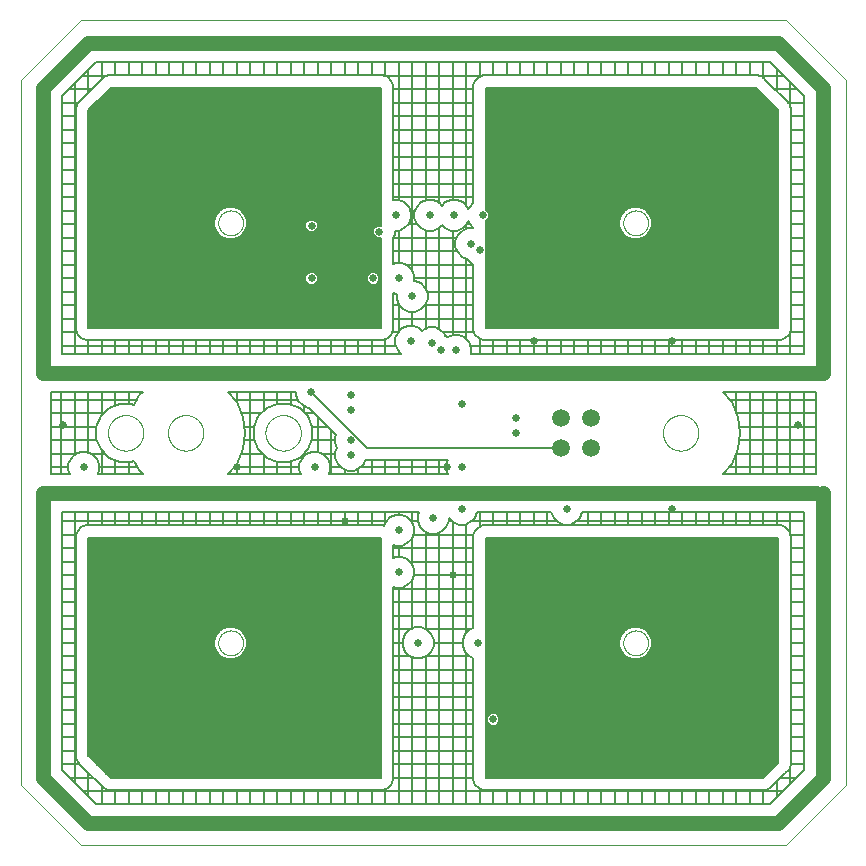
<source format=gbl>
G75*
%MOIN*%
%OFA0B0*%
%FSLAX25Y25*%
%IPPOS*%
%LPD*%
%AMOC8*
5,1,8,0,0,1.08239X$1,22.5*
%
%ADD10C,0.00000*%
%ADD11C,0.02578*%
%ADD12C,0.05906*%
%ADD13C,0.00600*%
%ADD14C,0.05000*%
%ADD15C,0.00700*%
D10*
X0033342Y0048933D02*
X0033342Y0283933D01*
X0053342Y0303933D01*
X0058302Y0303894D01*
X0053342Y0303933D02*
X0288342Y0303933D01*
X0308342Y0283933D01*
X0308342Y0048933D01*
X0288342Y0028933D01*
X0053342Y0028933D01*
X0033342Y0048933D01*
X0099208Y0096433D02*
X0099210Y0096561D01*
X0099216Y0096689D01*
X0099226Y0096816D01*
X0099240Y0096944D01*
X0099257Y0097070D01*
X0099279Y0097196D01*
X0099305Y0097322D01*
X0099334Y0097446D01*
X0099367Y0097570D01*
X0099404Y0097692D01*
X0099445Y0097813D01*
X0099490Y0097933D01*
X0099538Y0098052D01*
X0099590Y0098169D01*
X0099646Y0098284D01*
X0099705Y0098398D01*
X0099767Y0098509D01*
X0099833Y0098619D01*
X0099902Y0098726D01*
X0099975Y0098832D01*
X0100051Y0098935D01*
X0100130Y0099035D01*
X0100212Y0099134D01*
X0100297Y0099229D01*
X0100385Y0099322D01*
X0100476Y0099412D01*
X0100569Y0099499D01*
X0100666Y0099584D01*
X0100764Y0099665D01*
X0100866Y0099743D01*
X0100969Y0099818D01*
X0101075Y0099890D01*
X0101183Y0099959D01*
X0101293Y0100024D01*
X0101406Y0100085D01*
X0101520Y0100144D01*
X0101635Y0100198D01*
X0101753Y0100249D01*
X0101871Y0100297D01*
X0101992Y0100340D01*
X0102113Y0100380D01*
X0102236Y0100416D01*
X0102360Y0100449D01*
X0102485Y0100477D01*
X0102610Y0100502D01*
X0102736Y0100522D01*
X0102863Y0100539D01*
X0102991Y0100552D01*
X0103118Y0100561D01*
X0103246Y0100566D01*
X0103374Y0100567D01*
X0103502Y0100564D01*
X0103630Y0100557D01*
X0103757Y0100546D01*
X0103884Y0100531D01*
X0104011Y0100513D01*
X0104137Y0100490D01*
X0104262Y0100463D01*
X0104386Y0100433D01*
X0104509Y0100399D01*
X0104632Y0100361D01*
X0104753Y0100319D01*
X0104872Y0100273D01*
X0104990Y0100224D01*
X0105107Y0100171D01*
X0105222Y0100115D01*
X0105335Y0100055D01*
X0105446Y0099992D01*
X0105555Y0099925D01*
X0105662Y0099855D01*
X0105767Y0099781D01*
X0105869Y0099705D01*
X0105969Y0099625D01*
X0106067Y0099542D01*
X0106162Y0099456D01*
X0106254Y0099367D01*
X0106343Y0099276D01*
X0106430Y0099182D01*
X0106513Y0099085D01*
X0106594Y0098985D01*
X0106671Y0098884D01*
X0106746Y0098779D01*
X0106817Y0098673D01*
X0106884Y0098564D01*
X0106949Y0098454D01*
X0107009Y0098341D01*
X0107067Y0098227D01*
X0107120Y0098111D01*
X0107170Y0097993D01*
X0107217Y0097874D01*
X0107260Y0097753D01*
X0107299Y0097631D01*
X0107334Y0097508D01*
X0107365Y0097384D01*
X0107393Y0097259D01*
X0107416Y0097133D01*
X0107436Y0097007D01*
X0107452Y0096880D01*
X0107464Y0096753D01*
X0107472Y0096625D01*
X0107476Y0096497D01*
X0107476Y0096369D01*
X0107472Y0096241D01*
X0107464Y0096113D01*
X0107452Y0095986D01*
X0107436Y0095859D01*
X0107416Y0095733D01*
X0107393Y0095607D01*
X0107365Y0095482D01*
X0107334Y0095358D01*
X0107299Y0095235D01*
X0107260Y0095113D01*
X0107217Y0094992D01*
X0107170Y0094873D01*
X0107120Y0094755D01*
X0107067Y0094639D01*
X0107009Y0094525D01*
X0106949Y0094412D01*
X0106884Y0094302D01*
X0106817Y0094193D01*
X0106746Y0094087D01*
X0106671Y0093982D01*
X0106594Y0093881D01*
X0106513Y0093781D01*
X0106430Y0093684D01*
X0106343Y0093590D01*
X0106254Y0093499D01*
X0106162Y0093410D01*
X0106067Y0093324D01*
X0105969Y0093241D01*
X0105869Y0093161D01*
X0105767Y0093085D01*
X0105662Y0093011D01*
X0105555Y0092941D01*
X0105446Y0092874D01*
X0105335Y0092811D01*
X0105222Y0092751D01*
X0105107Y0092695D01*
X0104990Y0092642D01*
X0104872Y0092593D01*
X0104753Y0092547D01*
X0104632Y0092505D01*
X0104509Y0092467D01*
X0104386Y0092433D01*
X0104262Y0092403D01*
X0104137Y0092376D01*
X0104011Y0092353D01*
X0103884Y0092335D01*
X0103757Y0092320D01*
X0103630Y0092309D01*
X0103502Y0092302D01*
X0103374Y0092299D01*
X0103246Y0092300D01*
X0103118Y0092305D01*
X0102991Y0092314D01*
X0102863Y0092327D01*
X0102736Y0092344D01*
X0102610Y0092364D01*
X0102485Y0092389D01*
X0102360Y0092417D01*
X0102236Y0092450D01*
X0102113Y0092486D01*
X0101992Y0092526D01*
X0101871Y0092569D01*
X0101753Y0092617D01*
X0101635Y0092668D01*
X0101520Y0092722D01*
X0101406Y0092781D01*
X0101293Y0092842D01*
X0101183Y0092907D01*
X0101075Y0092976D01*
X0100969Y0093048D01*
X0100866Y0093123D01*
X0100764Y0093201D01*
X0100666Y0093282D01*
X0100569Y0093367D01*
X0100476Y0093454D01*
X0100385Y0093544D01*
X0100297Y0093637D01*
X0100212Y0093732D01*
X0100130Y0093831D01*
X0100051Y0093931D01*
X0099975Y0094034D01*
X0099902Y0094140D01*
X0099833Y0094247D01*
X0099767Y0094357D01*
X0099705Y0094468D01*
X0099646Y0094582D01*
X0099590Y0094697D01*
X0099538Y0094814D01*
X0099490Y0094933D01*
X0099445Y0095053D01*
X0099404Y0095174D01*
X0099367Y0095296D01*
X0099334Y0095420D01*
X0099305Y0095544D01*
X0099279Y0095670D01*
X0099257Y0095796D01*
X0099240Y0095922D01*
X0099226Y0096050D01*
X0099216Y0096177D01*
X0099210Y0096305D01*
X0099208Y0096433D01*
X0082436Y0166433D02*
X0082438Y0166586D01*
X0082444Y0166740D01*
X0082454Y0166893D01*
X0082468Y0167045D01*
X0082486Y0167198D01*
X0082508Y0167349D01*
X0082533Y0167500D01*
X0082563Y0167651D01*
X0082597Y0167801D01*
X0082634Y0167949D01*
X0082675Y0168097D01*
X0082720Y0168243D01*
X0082769Y0168389D01*
X0082822Y0168533D01*
X0082878Y0168675D01*
X0082938Y0168816D01*
X0083002Y0168956D01*
X0083069Y0169094D01*
X0083140Y0169230D01*
X0083215Y0169364D01*
X0083292Y0169496D01*
X0083374Y0169626D01*
X0083458Y0169754D01*
X0083546Y0169880D01*
X0083637Y0170003D01*
X0083731Y0170124D01*
X0083829Y0170242D01*
X0083929Y0170358D01*
X0084033Y0170471D01*
X0084139Y0170582D01*
X0084248Y0170690D01*
X0084360Y0170795D01*
X0084474Y0170896D01*
X0084592Y0170995D01*
X0084711Y0171091D01*
X0084833Y0171184D01*
X0084958Y0171273D01*
X0085085Y0171360D01*
X0085214Y0171442D01*
X0085345Y0171522D01*
X0085478Y0171598D01*
X0085613Y0171671D01*
X0085750Y0171740D01*
X0085889Y0171805D01*
X0086029Y0171867D01*
X0086171Y0171925D01*
X0086314Y0171980D01*
X0086459Y0172031D01*
X0086605Y0172078D01*
X0086752Y0172121D01*
X0086900Y0172160D01*
X0087049Y0172196D01*
X0087199Y0172227D01*
X0087350Y0172255D01*
X0087501Y0172279D01*
X0087654Y0172299D01*
X0087806Y0172315D01*
X0087959Y0172327D01*
X0088112Y0172335D01*
X0088265Y0172339D01*
X0088419Y0172339D01*
X0088572Y0172335D01*
X0088725Y0172327D01*
X0088878Y0172315D01*
X0089030Y0172299D01*
X0089183Y0172279D01*
X0089334Y0172255D01*
X0089485Y0172227D01*
X0089635Y0172196D01*
X0089784Y0172160D01*
X0089932Y0172121D01*
X0090079Y0172078D01*
X0090225Y0172031D01*
X0090370Y0171980D01*
X0090513Y0171925D01*
X0090655Y0171867D01*
X0090795Y0171805D01*
X0090934Y0171740D01*
X0091071Y0171671D01*
X0091206Y0171598D01*
X0091339Y0171522D01*
X0091470Y0171442D01*
X0091599Y0171360D01*
X0091726Y0171273D01*
X0091851Y0171184D01*
X0091973Y0171091D01*
X0092092Y0170995D01*
X0092210Y0170896D01*
X0092324Y0170795D01*
X0092436Y0170690D01*
X0092545Y0170582D01*
X0092651Y0170471D01*
X0092755Y0170358D01*
X0092855Y0170242D01*
X0092953Y0170124D01*
X0093047Y0170003D01*
X0093138Y0169880D01*
X0093226Y0169754D01*
X0093310Y0169626D01*
X0093392Y0169496D01*
X0093469Y0169364D01*
X0093544Y0169230D01*
X0093615Y0169094D01*
X0093682Y0168956D01*
X0093746Y0168816D01*
X0093806Y0168675D01*
X0093862Y0168533D01*
X0093915Y0168389D01*
X0093964Y0168243D01*
X0094009Y0168097D01*
X0094050Y0167949D01*
X0094087Y0167801D01*
X0094121Y0167651D01*
X0094151Y0167500D01*
X0094176Y0167349D01*
X0094198Y0167198D01*
X0094216Y0167045D01*
X0094230Y0166893D01*
X0094240Y0166740D01*
X0094246Y0166586D01*
X0094248Y0166433D01*
X0094246Y0166280D01*
X0094240Y0166126D01*
X0094230Y0165973D01*
X0094216Y0165821D01*
X0094198Y0165668D01*
X0094176Y0165517D01*
X0094151Y0165366D01*
X0094121Y0165215D01*
X0094087Y0165065D01*
X0094050Y0164917D01*
X0094009Y0164769D01*
X0093964Y0164623D01*
X0093915Y0164477D01*
X0093862Y0164333D01*
X0093806Y0164191D01*
X0093746Y0164050D01*
X0093682Y0163910D01*
X0093615Y0163772D01*
X0093544Y0163636D01*
X0093469Y0163502D01*
X0093392Y0163370D01*
X0093310Y0163240D01*
X0093226Y0163112D01*
X0093138Y0162986D01*
X0093047Y0162863D01*
X0092953Y0162742D01*
X0092855Y0162624D01*
X0092755Y0162508D01*
X0092651Y0162395D01*
X0092545Y0162284D01*
X0092436Y0162176D01*
X0092324Y0162071D01*
X0092210Y0161970D01*
X0092092Y0161871D01*
X0091973Y0161775D01*
X0091851Y0161682D01*
X0091726Y0161593D01*
X0091599Y0161506D01*
X0091470Y0161424D01*
X0091339Y0161344D01*
X0091206Y0161268D01*
X0091071Y0161195D01*
X0090934Y0161126D01*
X0090795Y0161061D01*
X0090655Y0160999D01*
X0090513Y0160941D01*
X0090370Y0160886D01*
X0090225Y0160835D01*
X0090079Y0160788D01*
X0089932Y0160745D01*
X0089784Y0160706D01*
X0089635Y0160670D01*
X0089485Y0160639D01*
X0089334Y0160611D01*
X0089183Y0160587D01*
X0089030Y0160567D01*
X0088878Y0160551D01*
X0088725Y0160539D01*
X0088572Y0160531D01*
X0088419Y0160527D01*
X0088265Y0160527D01*
X0088112Y0160531D01*
X0087959Y0160539D01*
X0087806Y0160551D01*
X0087654Y0160567D01*
X0087501Y0160587D01*
X0087350Y0160611D01*
X0087199Y0160639D01*
X0087049Y0160670D01*
X0086900Y0160706D01*
X0086752Y0160745D01*
X0086605Y0160788D01*
X0086459Y0160835D01*
X0086314Y0160886D01*
X0086171Y0160941D01*
X0086029Y0160999D01*
X0085889Y0161061D01*
X0085750Y0161126D01*
X0085613Y0161195D01*
X0085478Y0161268D01*
X0085345Y0161344D01*
X0085214Y0161424D01*
X0085085Y0161506D01*
X0084958Y0161593D01*
X0084833Y0161682D01*
X0084711Y0161775D01*
X0084592Y0161871D01*
X0084474Y0161970D01*
X0084360Y0162071D01*
X0084248Y0162176D01*
X0084139Y0162284D01*
X0084033Y0162395D01*
X0083929Y0162508D01*
X0083829Y0162624D01*
X0083731Y0162742D01*
X0083637Y0162863D01*
X0083546Y0162986D01*
X0083458Y0163112D01*
X0083374Y0163240D01*
X0083292Y0163370D01*
X0083215Y0163502D01*
X0083140Y0163636D01*
X0083069Y0163772D01*
X0083002Y0163910D01*
X0082938Y0164050D01*
X0082878Y0164191D01*
X0082822Y0164333D01*
X0082769Y0164477D01*
X0082720Y0164623D01*
X0082675Y0164769D01*
X0082634Y0164917D01*
X0082597Y0165065D01*
X0082563Y0165215D01*
X0082533Y0165366D01*
X0082508Y0165517D01*
X0082486Y0165668D01*
X0082468Y0165821D01*
X0082454Y0165973D01*
X0082444Y0166126D01*
X0082438Y0166280D01*
X0082436Y0166433D01*
X0062436Y0166433D02*
X0062438Y0166586D01*
X0062444Y0166740D01*
X0062454Y0166893D01*
X0062468Y0167045D01*
X0062486Y0167198D01*
X0062508Y0167349D01*
X0062533Y0167500D01*
X0062563Y0167651D01*
X0062597Y0167801D01*
X0062634Y0167949D01*
X0062675Y0168097D01*
X0062720Y0168243D01*
X0062769Y0168389D01*
X0062822Y0168533D01*
X0062878Y0168675D01*
X0062938Y0168816D01*
X0063002Y0168956D01*
X0063069Y0169094D01*
X0063140Y0169230D01*
X0063215Y0169364D01*
X0063292Y0169496D01*
X0063374Y0169626D01*
X0063458Y0169754D01*
X0063546Y0169880D01*
X0063637Y0170003D01*
X0063731Y0170124D01*
X0063829Y0170242D01*
X0063929Y0170358D01*
X0064033Y0170471D01*
X0064139Y0170582D01*
X0064248Y0170690D01*
X0064360Y0170795D01*
X0064474Y0170896D01*
X0064592Y0170995D01*
X0064711Y0171091D01*
X0064833Y0171184D01*
X0064958Y0171273D01*
X0065085Y0171360D01*
X0065214Y0171442D01*
X0065345Y0171522D01*
X0065478Y0171598D01*
X0065613Y0171671D01*
X0065750Y0171740D01*
X0065889Y0171805D01*
X0066029Y0171867D01*
X0066171Y0171925D01*
X0066314Y0171980D01*
X0066459Y0172031D01*
X0066605Y0172078D01*
X0066752Y0172121D01*
X0066900Y0172160D01*
X0067049Y0172196D01*
X0067199Y0172227D01*
X0067350Y0172255D01*
X0067501Y0172279D01*
X0067654Y0172299D01*
X0067806Y0172315D01*
X0067959Y0172327D01*
X0068112Y0172335D01*
X0068265Y0172339D01*
X0068419Y0172339D01*
X0068572Y0172335D01*
X0068725Y0172327D01*
X0068878Y0172315D01*
X0069030Y0172299D01*
X0069183Y0172279D01*
X0069334Y0172255D01*
X0069485Y0172227D01*
X0069635Y0172196D01*
X0069784Y0172160D01*
X0069932Y0172121D01*
X0070079Y0172078D01*
X0070225Y0172031D01*
X0070370Y0171980D01*
X0070513Y0171925D01*
X0070655Y0171867D01*
X0070795Y0171805D01*
X0070934Y0171740D01*
X0071071Y0171671D01*
X0071206Y0171598D01*
X0071339Y0171522D01*
X0071470Y0171442D01*
X0071599Y0171360D01*
X0071726Y0171273D01*
X0071851Y0171184D01*
X0071973Y0171091D01*
X0072092Y0170995D01*
X0072210Y0170896D01*
X0072324Y0170795D01*
X0072436Y0170690D01*
X0072545Y0170582D01*
X0072651Y0170471D01*
X0072755Y0170358D01*
X0072855Y0170242D01*
X0072953Y0170124D01*
X0073047Y0170003D01*
X0073138Y0169880D01*
X0073226Y0169754D01*
X0073310Y0169626D01*
X0073392Y0169496D01*
X0073469Y0169364D01*
X0073544Y0169230D01*
X0073615Y0169094D01*
X0073682Y0168956D01*
X0073746Y0168816D01*
X0073806Y0168675D01*
X0073862Y0168533D01*
X0073915Y0168389D01*
X0073964Y0168243D01*
X0074009Y0168097D01*
X0074050Y0167949D01*
X0074087Y0167801D01*
X0074121Y0167651D01*
X0074151Y0167500D01*
X0074176Y0167349D01*
X0074198Y0167198D01*
X0074216Y0167045D01*
X0074230Y0166893D01*
X0074240Y0166740D01*
X0074246Y0166586D01*
X0074248Y0166433D01*
X0074246Y0166280D01*
X0074240Y0166126D01*
X0074230Y0165973D01*
X0074216Y0165821D01*
X0074198Y0165668D01*
X0074176Y0165517D01*
X0074151Y0165366D01*
X0074121Y0165215D01*
X0074087Y0165065D01*
X0074050Y0164917D01*
X0074009Y0164769D01*
X0073964Y0164623D01*
X0073915Y0164477D01*
X0073862Y0164333D01*
X0073806Y0164191D01*
X0073746Y0164050D01*
X0073682Y0163910D01*
X0073615Y0163772D01*
X0073544Y0163636D01*
X0073469Y0163502D01*
X0073392Y0163370D01*
X0073310Y0163240D01*
X0073226Y0163112D01*
X0073138Y0162986D01*
X0073047Y0162863D01*
X0072953Y0162742D01*
X0072855Y0162624D01*
X0072755Y0162508D01*
X0072651Y0162395D01*
X0072545Y0162284D01*
X0072436Y0162176D01*
X0072324Y0162071D01*
X0072210Y0161970D01*
X0072092Y0161871D01*
X0071973Y0161775D01*
X0071851Y0161682D01*
X0071726Y0161593D01*
X0071599Y0161506D01*
X0071470Y0161424D01*
X0071339Y0161344D01*
X0071206Y0161268D01*
X0071071Y0161195D01*
X0070934Y0161126D01*
X0070795Y0161061D01*
X0070655Y0160999D01*
X0070513Y0160941D01*
X0070370Y0160886D01*
X0070225Y0160835D01*
X0070079Y0160788D01*
X0069932Y0160745D01*
X0069784Y0160706D01*
X0069635Y0160670D01*
X0069485Y0160639D01*
X0069334Y0160611D01*
X0069183Y0160587D01*
X0069030Y0160567D01*
X0068878Y0160551D01*
X0068725Y0160539D01*
X0068572Y0160531D01*
X0068419Y0160527D01*
X0068265Y0160527D01*
X0068112Y0160531D01*
X0067959Y0160539D01*
X0067806Y0160551D01*
X0067654Y0160567D01*
X0067501Y0160587D01*
X0067350Y0160611D01*
X0067199Y0160639D01*
X0067049Y0160670D01*
X0066900Y0160706D01*
X0066752Y0160745D01*
X0066605Y0160788D01*
X0066459Y0160835D01*
X0066314Y0160886D01*
X0066171Y0160941D01*
X0066029Y0160999D01*
X0065889Y0161061D01*
X0065750Y0161126D01*
X0065613Y0161195D01*
X0065478Y0161268D01*
X0065345Y0161344D01*
X0065214Y0161424D01*
X0065085Y0161506D01*
X0064958Y0161593D01*
X0064833Y0161682D01*
X0064711Y0161775D01*
X0064592Y0161871D01*
X0064474Y0161970D01*
X0064360Y0162071D01*
X0064248Y0162176D01*
X0064139Y0162284D01*
X0064033Y0162395D01*
X0063929Y0162508D01*
X0063829Y0162624D01*
X0063731Y0162742D01*
X0063637Y0162863D01*
X0063546Y0162986D01*
X0063458Y0163112D01*
X0063374Y0163240D01*
X0063292Y0163370D01*
X0063215Y0163502D01*
X0063140Y0163636D01*
X0063069Y0163772D01*
X0063002Y0163910D01*
X0062938Y0164050D01*
X0062878Y0164191D01*
X0062822Y0164333D01*
X0062769Y0164477D01*
X0062720Y0164623D01*
X0062675Y0164769D01*
X0062634Y0164917D01*
X0062597Y0165065D01*
X0062563Y0165215D01*
X0062533Y0165366D01*
X0062508Y0165517D01*
X0062486Y0165668D01*
X0062468Y0165821D01*
X0062454Y0165973D01*
X0062444Y0166126D01*
X0062438Y0166280D01*
X0062436Y0166433D01*
X0114936Y0166433D02*
X0114938Y0166586D01*
X0114944Y0166740D01*
X0114954Y0166893D01*
X0114968Y0167045D01*
X0114986Y0167198D01*
X0115008Y0167349D01*
X0115033Y0167500D01*
X0115063Y0167651D01*
X0115097Y0167801D01*
X0115134Y0167949D01*
X0115175Y0168097D01*
X0115220Y0168243D01*
X0115269Y0168389D01*
X0115322Y0168533D01*
X0115378Y0168675D01*
X0115438Y0168816D01*
X0115502Y0168956D01*
X0115569Y0169094D01*
X0115640Y0169230D01*
X0115715Y0169364D01*
X0115792Y0169496D01*
X0115874Y0169626D01*
X0115958Y0169754D01*
X0116046Y0169880D01*
X0116137Y0170003D01*
X0116231Y0170124D01*
X0116329Y0170242D01*
X0116429Y0170358D01*
X0116533Y0170471D01*
X0116639Y0170582D01*
X0116748Y0170690D01*
X0116860Y0170795D01*
X0116974Y0170896D01*
X0117092Y0170995D01*
X0117211Y0171091D01*
X0117333Y0171184D01*
X0117458Y0171273D01*
X0117585Y0171360D01*
X0117714Y0171442D01*
X0117845Y0171522D01*
X0117978Y0171598D01*
X0118113Y0171671D01*
X0118250Y0171740D01*
X0118389Y0171805D01*
X0118529Y0171867D01*
X0118671Y0171925D01*
X0118814Y0171980D01*
X0118959Y0172031D01*
X0119105Y0172078D01*
X0119252Y0172121D01*
X0119400Y0172160D01*
X0119549Y0172196D01*
X0119699Y0172227D01*
X0119850Y0172255D01*
X0120001Y0172279D01*
X0120154Y0172299D01*
X0120306Y0172315D01*
X0120459Y0172327D01*
X0120612Y0172335D01*
X0120765Y0172339D01*
X0120919Y0172339D01*
X0121072Y0172335D01*
X0121225Y0172327D01*
X0121378Y0172315D01*
X0121530Y0172299D01*
X0121683Y0172279D01*
X0121834Y0172255D01*
X0121985Y0172227D01*
X0122135Y0172196D01*
X0122284Y0172160D01*
X0122432Y0172121D01*
X0122579Y0172078D01*
X0122725Y0172031D01*
X0122870Y0171980D01*
X0123013Y0171925D01*
X0123155Y0171867D01*
X0123295Y0171805D01*
X0123434Y0171740D01*
X0123571Y0171671D01*
X0123706Y0171598D01*
X0123839Y0171522D01*
X0123970Y0171442D01*
X0124099Y0171360D01*
X0124226Y0171273D01*
X0124351Y0171184D01*
X0124473Y0171091D01*
X0124592Y0170995D01*
X0124710Y0170896D01*
X0124824Y0170795D01*
X0124936Y0170690D01*
X0125045Y0170582D01*
X0125151Y0170471D01*
X0125255Y0170358D01*
X0125355Y0170242D01*
X0125453Y0170124D01*
X0125547Y0170003D01*
X0125638Y0169880D01*
X0125726Y0169754D01*
X0125810Y0169626D01*
X0125892Y0169496D01*
X0125969Y0169364D01*
X0126044Y0169230D01*
X0126115Y0169094D01*
X0126182Y0168956D01*
X0126246Y0168816D01*
X0126306Y0168675D01*
X0126362Y0168533D01*
X0126415Y0168389D01*
X0126464Y0168243D01*
X0126509Y0168097D01*
X0126550Y0167949D01*
X0126587Y0167801D01*
X0126621Y0167651D01*
X0126651Y0167500D01*
X0126676Y0167349D01*
X0126698Y0167198D01*
X0126716Y0167045D01*
X0126730Y0166893D01*
X0126740Y0166740D01*
X0126746Y0166586D01*
X0126748Y0166433D01*
X0126746Y0166280D01*
X0126740Y0166126D01*
X0126730Y0165973D01*
X0126716Y0165821D01*
X0126698Y0165668D01*
X0126676Y0165517D01*
X0126651Y0165366D01*
X0126621Y0165215D01*
X0126587Y0165065D01*
X0126550Y0164917D01*
X0126509Y0164769D01*
X0126464Y0164623D01*
X0126415Y0164477D01*
X0126362Y0164333D01*
X0126306Y0164191D01*
X0126246Y0164050D01*
X0126182Y0163910D01*
X0126115Y0163772D01*
X0126044Y0163636D01*
X0125969Y0163502D01*
X0125892Y0163370D01*
X0125810Y0163240D01*
X0125726Y0163112D01*
X0125638Y0162986D01*
X0125547Y0162863D01*
X0125453Y0162742D01*
X0125355Y0162624D01*
X0125255Y0162508D01*
X0125151Y0162395D01*
X0125045Y0162284D01*
X0124936Y0162176D01*
X0124824Y0162071D01*
X0124710Y0161970D01*
X0124592Y0161871D01*
X0124473Y0161775D01*
X0124351Y0161682D01*
X0124226Y0161593D01*
X0124099Y0161506D01*
X0123970Y0161424D01*
X0123839Y0161344D01*
X0123706Y0161268D01*
X0123571Y0161195D01*
X0123434Y0161126D01*
X0123295Y0161061D01*
X0123155Y0160999D01*
X0123013Y0160941D01*
X0122870Y0160886D01*
X0122725Y0160835D01*
X0122579Y0160788D01*
X0122432Y0160745D01*
X0122284Y0160706D01*
X0122135Y0160670D01*
X0121985Y0160639D01*
X0121834Y0160611D01*
X0121683Y0160587D01*
X0121530Y0160567D01*
X0121378Y0160551D01*
X0121225Y0160539D01*
X0121072Y0160531D01*
X0120919Y0160527D01*
X0120765Y0160527D01*
X0120612Y0160531D01*
X0120459Y0160539D01*
X0120306Y0160551D01*
X0120154Y0160567D01*
X0120001Y0160587D01*
X0119850Y0160611D01*
X0119699Y0160639D01*
X0119549Y0160670D01*
X0119400Y0160706D01*
X0119252Y0160745D01*
X0119105Y0160788D01*
X0118959Y0160835D01*
X0118814Y0160886D01*
X0118671Y0160941D01*
X0118529Y0160999D01*
X0118389Y0161061D01*
X0118250Y0161126D01*
X0118113Y0161195D01*
X0117978Y0161268D01*
X0117845Y0161344D01*
X0117714Y0161424D01*
X0117585Y0161506D01*
X0117458Y0161593D01*
X0117333Y0161682D01*
X0117211Y0161775D01*
X0117092Y0161871D01*
X0116974Y0161970D01*
X0116860Y0162071D01*
X0116748Y0162176D01*
X0116639Y0162284D01*
X0116533Y0162395D01*
X0116429Y0162508D01*
X0116329Y0162624D01*
X0116231Y0162742D01*
X0116137Y0162863D01*
X0116046Y0162986D01*
X0115958Y0163112D01*
X0115874Y0163240D01*
X0115792Y0163370D01*
X0115715Y0163502D01*
X0115640Y0163636D01*
X0115569Y0163772D01*
X0115502Y0163910D01*
X0115438Y0164050D01*
X0115378Y0164191D01*
X0115322Y0164333D01*
X0115269Y0164477D01*
X0115220Y0164623D01*
X0115175Y0164769D01*
X0115134Y0164917D01*
X0115097Y0165065D01*
X0115063Y0165215D01*
X0115033Y0165366D01*
X0115008Y0165517D01*
X0114986Y0165668D01*
X0114968Y0165821D01*
X0114954Y0165973D01*
X0114944Y0166126D01*
X0114938Y0166280D01*
X0114936Y0166433D01*
X0099208Y0236433D02*
X0099210Y0236561D01*
X0099216Y0236689D01*
X0099226Y0236816D01*
X0099240Y0236944D01*
X0099257Y0237070D01*
X0099279Y0237196D01*
X0099305Y0237322D01*
X0099334Y0237446D01*
X0099367Y0237570D01*
X0099404Y0237692D01*
X0099445Y0237813D01*
X0099490Y0237933D01*
X0099538Y0238052D01*
X0099590Y0238169D01*
X0099646Y0238284D01*
X0099705Y0238398D01*
X0099767Y0238509D01*
X0099833Y0238619D01*
X0099902Y0238726D01*
X0099975Y0238832D01*
X0100051Y0238935D01*
X0100130Y0239035D01*
X0100212Y0239134D01*
X0100297Y0239229D01*
X0100385Y0239322D01*
X0100476Y0239412D01*
X0100569Y0239499D01*
X0100666Y0239584D01*
X0100764Y0239665D01*
X0100866Y0239743D01*
X0100969Y0239818D01*
X0101075Y0239890D01*
X0101183Y0239959D01*
X0101293Y0240024D01*
X0101406Y0240085D01*
X0101520Y0240144D01*
X0101635Y0240198D01*
X0101753Y0240249D01*
X0101871Y0240297D01*
X0101992Y0240340D01*
X0102113Y0240380D01*
X0102236Y0240416D01*
X0102360Y0240449D01*
X0102485Y0240477D01*
X0102610Y0240502D01*
X0102736Y0240522D01*
X0102863Y0240539D01*
X0102991Y0240552D01*
X0103118Y0240561D01*
X0103246Y0240566D01*
X0103374Y0240567D01*
X0103502Y0240564D01*
X0103630Y0240557D01*
X0103757Y0240546D01*
X0103884Y0240531D01*
X0104011Y0240513D01*
X0104137Y0240490D01*
X0104262Y0240463D01*
X0104386Y0240433D01*
X0104509Y0240399D01*
X0104632Y0240361D01*
X0104753Y0240319D01*
X0104872Y0240273D01*
X0104990Y0240224D01*
X0105107Y0240171D01*
X0105222Y0240115D01*
X0105335Y0240055D01*
X0105446Y0239992D01*
X0105555Y0239925D01*
X0105662Y0239855D01*
X0105767Y0239781D01*
X0105869Y0239705D01*
X0105969Y0239625D01*
X0106067Y0239542D01*
X0106162Y0239456D01*
X0106254Y0239367D01*
X0106343Y0239276D01*
X0106430Y0239182D01*
X0106513Y0239085D01*
X0106594Y0238985D01*
X0106671Y0238884D01*
X0106746Y0238779D01*
X0106817Y0238673D01*
X0106884Y0238564D01*
X0106949Y0238454D01*
X0107009Y0238341D01*
X0107067Y0238227D01*
X0107120Y0238111D01*
X0107170Y0237993D01*
X0107217Y0237874D01*
X0107260Y0237753D01*
X0107299Y0237631D01*
X0107334Y0237508D01*
X0107365Y0237384D01*
X0107393Y0237259D01*
X0107416Y0237133D01*
X0107436Y0237007D01*
X0107452Y0236880D01*
X0107464Y0236753D01*
X0107472Y0236625D01*
X0107476Y0236497D01*
X0107476Y0236369D01*
X0107472Y0236241D01*
X0107464Y0236113D01*
X0107452Y0235986D01*
X0107436Y0235859D01*
X0107416Y0235733D01*
X0107393Y0235607D01*
X0107365Y0235482D01*
X0107334Y0235358D01*
X0107299Y0235235D01*
X0107260Y0235113D01*
X0107217Y0234992D01*
X0107170Y0234873D01*
X0107120Y0234755D01*
X0107067Y0234639D01*
X0107009Y0234525D01*
X0106949Y0234412D01*
X0106884Y0234302D01*
X0106817Y0234193D01*
X0106746Y0234087D01*
X0106671Y0233982D01*
X0106594Y0233881D01*
X0106513Y0233781D01*
X0106430Y0233684D01*
X0106343Y0233590D01*
X0106254Y0233499D01*
X0106162Y0233410D01*
X0106067Y0233324D01*
X0105969Y0233241D01*
X0105869Y0233161D01*
X0105767Y0233085D01*
X0105662Y0233011D01*
X0105555Y0232941D01*
X0105446Y0232874D01*
X0105335Y0232811D01*
X0105222Y0232751D01*
X0105107Y0232695D01*
X0104990Y0232642D01*
X0104872Y0232593D01*
X0104753Y0232547D01*
X0104632Y0232505D01*
X0104509Y0232467D01*
X0104386Y0232433D01*
X0104262Y0232403D01*
X0104137Y0232376D01*
X0104011Y0232353D01*
X0103884Y0232335D01*
X0103757Y0232320D01*
X0103630Y0232309D01*
X0103502Y0232302D01*
X0103374Y0232299D01*
X0103246Y0232300D01*
X0103118Y0232305D01*
X0102991Y0232314D01*
X0102863Y0232327D01*
X0102736Y0232344D01*
X0102610Y0232364D01*
X0102485Y0232389D01*
X0102360Y0232417D01*
X0102236Y0232450D01*
X0102113Y0232486D01*
X0101992Y0232526D01*
X0101871Y0232569D01*
X0101753Y0232617D01*
X0101635Y0232668D01*
X0101520Y0232722D01*
X0101406Y0232781D01*
X0101293Y0232842D01*
X0101183Y0232907D01*
X0101075Y0232976D01*
X0100969Y0233048D01*
X0100866Y0233123D01*
X0100764Y0233201D01*
X0100666Y0233282D01*
X0100569Y0233367D01*
X0100476Y0233454D01*
X0100385Y0233544D01*
X0100297Y0233637D01*
X0100212Y0233732D01*
X0100130Y0233831D01*
X0100051Y0233931D01*
X0099975Y0234034D01*
X0099902Y0234140D01*
X0099833Y0234247D01*
X0099767Y0234357D01*
X0099705Y0234468D01*
X0099646Y0234582D01*
X0099590Y0234697D01*
X0099538Y0234814D01*
X0099490Y0234933D01*
X0099445Y0235053D01*
X0099404Y0235174D01*
X0099367Y0235296D01*
X0099334Y0235420D01*
X0099305Y0235544D01*
X0099279Y0235670D01*
X0099257Y0235796D01*
X0099240Y0235922D01*
X0099226Y0236050D01*
X0099216Y0236177D01*
X0099210Y0236305D01*
X0099208Y0236433D01*
X0234208Y0236433D02*
X0234210Y0236561D01*
X0234216Y0236689D01*
X0234226Y0236816D01*
X0234240Y0236944D01*
X0234257Y0237070D01*
X0234279Y0237196D01*
X0234305Y0237322D01*
X0234334Y0237446D01*
X0234367Y0237570D01*
X0234404Y0237692D01*
X0234445Y0237813D01*
X0234490Y0237933D01*
X0234538Y0238052D01*
X0234590Y0238169D01*
X0234646Y0238284D01*
X0234705Y0238398D01*
X0234767Y0238509D01*
X0234833Y0238619D01*
X0234902Y0238726D01*
X0234975Y0238832D01*
X0235051Y0238935D01*
X0235130Y0239035D01*
X0235212Y0239134D01*
X0235297Y0239229D01*
X0235385Y0239322D01*
X0235476Y0239412D01*
X0235569Y0239499D01*
X0235666Y0239584D01*
X0235764Y0239665D01*
X0235866Y0239743D01*
X0235969Y0239818D01*
X0236075Y0239890D01*
X0236183Y0239959D01*
X0236293Y0240024D01*
X0236406Y0240085D01*
X0236520Y0240144D01*
X0236635Y0240198D01*
X0236753Y0240249D01*
X0236871Y0240297D01*
X0236992Y0240340D01*
X0237113Y0240380D01*
X0237236Y0240416D01*
X0237360Y0240449D01*
X0237485Y0240477D01*
X0237610Y0240502D01*
X0237736Y0240522D01*
X0237863Y0240539D01*
X0237991Y0240552D01*
X0238118Y0240561D01*
X0238246Y0240566D01*
X0238374Y0240567D01*
X0238502Y0240564D01*
X0238630Y0240557D01*
X0238757Y0240546D01*
X0238884Y0240531D01*
X0239011Y0240513D01*
X0239137Y0240490D01*
X0239262Y0240463D01*
X0239386Y0240433D01*
X0239509Y0240399D01*
X0239632Y0240361D01*
X0239753Y0240319D01*
X0239872Y0240273D01*
X0239990Y0240224D01*
X0240107Y0240171D01*
X0240222Y0240115D01*
X0240335Y0240055D01*
X0240446Y0239992D01*
X0240555Y0239925D01*
X0240662Y0239855D01*
X0240767Y0239781D01*
X0240869Y0239705D01*
X0240969Y0239625D01*
X0241067Y0239542D01*
X0241162Y0239456D01*
X0241254Y0239367D01*
X0241343Y0239276D01*
X0241430Y0239182D01*
X0241513Y0239085D01*
X0241594Y0238985D01*
X0241671Y0238884D01*
X0241746Y0238779D01*
X0241817Y0238673D01*
X0241884Y0238564D01*
X0241949Y0238454D01*
X0242009Y0238341D01*
X0242067Y0238227D01*
X0242120Y0238111D01*
X0242170Y0237993D01*
X0242217Y0237874D01*
X0242260Y0237753D01*
X0242299Y0237631D01*
X0242334Y0237508D01*
X0242365Y0237384D01*
X0242393Y0237259D01*
X0242416Y0237133D01*
X0242436Y0237007D01*
X0242452Y0236880D01*
X0242464Y0236753D01*
X0242472Y0236625D01*
X0242476Y0236497D01*
X0242476Y0236369D01*
X0242472Y0236241D01*
X0242464Y0236113D01*
X0242452Y0235986D01*
X0242436Y0235859D01*
X0242416Y0235733D01*
X0242393Y0235607D01*
X0242365Y0235482D01*
X0242334Y0235358D01*
X0242299Y0235235D01*
X0242260Y0235113D01*
X0242217Y0234992D01*
X0242170Y0234873D01*
X0242120Y0234755D01*
X0242067Y0234639D01*
X0242009Y0234525D01*
X0241949Y0234412D01*
X0241884Y0234302D01*
X0241817Y0234193D01*
X0241746Y0234087D01*
X0241671Y0233982D01*
X0241594Y0233881D01*
X0241513Y0233781D01*
X0241430Y0233684D01*
X0241343Y0233590D01*
X0241254Y0233499D01*
X0241162Y0233410D01*
X0241067Y0233324D01*
X0240969Y0233241D01*
X0240869Y0233161D01*
X0240767Y0233085D01*
X0240662Y0233011D01*
X0240555Y0232941D01*
X0240446Y0232874D01*
X0240335Y0232811D01*
X0240222Y0232751D01*
X0240107Y0232695D01*
X0239990Y0232642D01*
X0239872Y0232593D01*
X0239753Y0232547D01*
X0239632Y0232505D01*
X0239509Y0232467D01*
X0239386Y0232433D01*
X0239262Y0232403D01*
X0239137Y0232376D01*
X0239011Y0232353D01*
X0238884Y0232335D01*
X0238757Y0232320D01*
X0238630Y0232309D01*
X0238502Y0232302D01*
X0238374Y0232299D01*
X0238246Y0232300D01*
X0238118Y0232305D01*
X0237991Y0232314D01*
X0237863Y0232327D01*
X0237736Y0232344D01*
X0237610Y0232364D01*
X0237485Y0232389D01*
X0237360Y0232417D01*
X0237236Y0232450D01*
X0237113Y0232486D01*
X0236992Y0232526D01*
X0236871Y0232569D01*
X0236753Y0232617D01*
X0236635Y0232668D01*
X0236520Y0232722D01*
X0236406Y0232781D01*
X0236293Y0232842D01*
X0236183Y0232907D01*
X0236075Y0232976D01*
X0235969Y0233048D01*
X0235866Y0233123D01*
X0235764Y0233201D01*
X0235666Y0233282D01*
X0235569Y0233367D01*
X0235476Y0233454D01*
X0235385Y0233544D01*
X0235297Y0233637D01*
X0235212Y0233732D01*
X0235130Y0233831D01*
X0235051Y0233931D01*
X0234975Y0234034D01*
X0234902Y0234140D01*
X0234833Y0234247D01*
X0234767Y0234357D01*
X0234705Y0234468D01*
X0234646Y0234582D01*
X0234590Y0234697D01*
X0234538Y0234814D01*
X0234490Y0234933D01*
X0234445Y0235053D01*
X0234404Y0235174D01*
X0234367Y0235296D01*
X0234334Y0235420D01*
X0234305Y0235544D01*
X0234279Y0235670D01*
X0234257Y0235796D01*
X0234240Y0235922D01*
X0234226Y0236050D01*
X0234216Y0236177D01*
X0234210Y0236305D01*
X0234208Y0236433D01*
X0247436Y0166433D02*
X0247438Y0166586D01*
X0247444Y0166740D01*
X0247454Y0166893D01*
X0247468Y0167045D01*
X0247486Y0167198D01*
X0247508Y0167349D01*
X0247533Y0167500D01*
X0247563Y0167651D01*
X0247597Y0167801D01*
X0247634Y0167949D01*
X0247675Y0168097D01*
X0247720Y0168243D01*
X0247769Y0168389D01*
X0247822Y0168533D01*
X0247878Y0168675D01*
X0247938Y0168816D01*
X0248002Y0168956D01*
X0248069Y0169094D01*
X0248140Y0169230D01*
X0248215Y0169364D01*
X0248292Y0169496D01*
X0248374Y0169626D01*
X0248458Y0169754D01*
X0248546Y0169880D01*
X0248637Y0170003D01*
X0248731Y0170124D01*
X0248829Y0170242D01*
X0248929Y0170358D01*
X0249033Y0170471D01*
X0249139Y0170582D01*
X0249248Y0170690D01*
X0249360Y0170795D01*
X0249474Y0170896D01*
X0249592Y0170995D01*
X0249711Y0171091D01*
X0249833Y0171184D01*
X0249958Y0171273D01*
X0250085Y0171360D01*
X0250214Y0171442D01*
X0250345Y0171522D01*
X0250478Y0171598D01*
X0250613Y0171671D01*
X0250750Y0171740D01*
X0250889Y0171805D01*
X0251029Y0171867D01*
X0251171Y0171925D01*
X0251314Y0171980D01*
X0251459Y0172031D01*
X0251605Y0172078D01*
X0251752Y0172121D01*
X0251900Y0172160D01*
X0252049Y0172196D01*
X0252199Y0172227D01*
X0252350Y0172255D01*
X0252501Y0172279D01*
X0252654Y0172299D01*
X0252806Y0172315D01*
X0252959Y0172327D01*
X0253112Y0172335D01*
X0253265Y0172339D01*
X0253419Y0172339D01*
X0253572Y0172335D01*
X0253725Y0172327D01*
X0253878Y0172315D01*
X0254030Y0172299D01*
X0254183Y0172279D01*
X0254334Y0172255D01*
X0254485Y0172227D01*
X0254635Y0172196D01*
X0254784Y0172160D01*
X0254932Y0172121D01*
X0255079Y0172078D01*
X0255225Y0172031D01*
X0255370Y0171980D01*
X0255513Y0171925D01*
X0255655Y0171867D01*
X0255795Y0171805D01*
X0255934Y0171740D01*
X0256071Y0171671D01*
X0256206Y0171598D01*
X0256339Y0171522D01*
X0256470Y0171442D01*
X0256599Y0171360D01*
X0256726Y0171273D01*
X0256851Y0171184D01*
X0256973Y0171091D01*
X0257092Y0170995D01*
X0257210Y0170896D01*
X0257324Y0170795D01*
X0257436Y0170690D01*
X0257545Y0170582D01*
X0257651Y0170471D01*
X0257755Y0170358D01*
X0257855Y0170242D01*
X0257953Y0170124D01*
X0258047Y0170003D01*
X0258138Y0169880D01*
X0258226Y0169754D01*
X0258310Y0169626D01*
X0258392Y0169496D01*
X0258469Y0169364D01*
X0258544Y0169230D01*
X0258615Y0169094D01*
X0258682Y0168956D01*
X0258746Y0168816D01*
X0258806Y0168675D01*
X0258862Y0168533D01*
X0258915Y0168389D01*
X0258964Y0168243D01*
X0259009Y0168097D01*
X0259050Y0167949D01*
X0259087Y0167801D01*
X0259121Y0167651D01*
X0259151Y0167500D01*
X0259176Y0167349D01*
X0259198Y0167198D01*
X0259216Y0167045D01*
X0259230Y0166893D01*
X0259240Y0166740D01*
X0259246Y0166586D01*
X0259248Y0166433D01*
X0259246Y0166280D01*
X0259240Y0166126D01*
X0259230Y0165973D01*
X0259216Y0165821D01*
X0259198Y0165668D01*
X0259176Y0165517D01*
X0259151Y0165366D01*
X0259121Y0165215D01*
X0259087Y0165065D01*
X0259050Y0164917D01*
X0259009Y0164769D01*
X0258964Y0164623D01*
X0258915Y0164477D01*
X0258862Y0164333D01*
X0258806Y0164191D01*
X0258746Y0164050D01*
X0258682Y0163910D01*
X0258615Y0163772D01*
X0258544Y0163636D01*
X0258469Y0163502D01*
X0258392Y0163370D01*
X0258310Y0163240D01*
X0258226Y0163112D01*
X0258138Y0162986D01*
X0258047Y0162863D01*
X0257953Y0162742D01*
X0257855Y0162624D01*
X0257755Y0162508D01*
X0257651Y0162395D01*
X0257545Y0162284D01*
X0257436Y0162176D01*
X0257324Y0162071D01*
X0257210Y0161970D01*
X0257092Y0161871D01*
X0256973Y0161775D01*
X0256851Y0161682D01*
X0256726Y0161593D01*
X0256599Y0161506D01*
X0256470Y0161424D01*
X0256339Y0161344D01*
X0256206Y0161268D01*
X0256071Y0161195D01*
X0255934Y0161126D01*
X0255795Y0161061D01*
X0255655Y0160999D01*
X0255513Y0160941D01*
X0255370Y0160886D01*
X0255225Y0160835D01*
X0255079Y0160788D01*
X0254932Y0160745D01*
X0254784Y0160706D01*
X0254635Y0160670D01*
X0254485Y0160639D01*
X0254334Y0160611D01*
X0254183Y0160587D01*
X0254030Y0160567D01*
X0253878Y0160551D01*
X0253725Y0160539D01*
X0253572Y0160531D01*
X0253419Y0160527D01*
X0253265Y0160527D01*
X0253112Y0160531D01*
X0252959Y0160539D01*
X0252806Y0160551D01*
X0252654Y0160567D01*
X0252501Y0160587D01*
X0252350Y0160611D01*
X0252199Y0160639D01*
X0252049Y0160670D01*
X0251900Y0160706D01*
X0251752Y0160745D01*
X0251605Y0160788D01*
X0251459Y0160835D01*
X0251314Y0160886D01*
X0251171Y0160941D01*
X0251029Y0160999D01*
X0250889Y0161061D01*
X0250750Y0161126D01*
X0250613Y0161195D01*
X0250478Y0161268D01*
X0250345Y0161344D01*
X0250214Y0161424D01*
X0250085Y0161506D01*
X0249958Y0161593D01*
X0249833Y0161682D01*
X0249711Y0161775D01*
X0249592Y0161871D01*
X0249474Y0161970D01*
X0249360Y0162071D01*
X0249248Y0162176D01*
X0249139Y0162284D01*
X0249033Y0162395D01*
X0248929Y0162508D01*
X0248829Y0162624D01*
X0248731Y0162742D01*
X0248637Y0162863D01*
X0248546Y0162986D01*
X0248458Y0163112D01*
X0248374Y0163240D01*
X0248292Y0163370D01*
X0248215Y0163502D01*
X0248140Y0163636D01*
X0248069Y0163772D01*
X0248002Y0163910D01*
X0247938Y0164050D01*
X0247878Y0164191D01*
X0247822Y0164333D01*
X0247769Y0164477D01*
X0247720Y0164623D01*
X0247675Y0164769D01*
X0247634Y0164917D01*
X0247597Y0165065D01*
X0247563Y0165215D01*
X0247533Y0165366D01*
X0247508Y0165517D01*
X0247486Y0165668D01*
X0247468Y0165821D01*
X0247454Y0165973D01*
X0247444Y0166126D01*
X0247438Y0166280D01*
X0247436Y0166433D01*
X0234208Y0096433D02*
X0234210Y0096561D01*
X0234216Y0096689D01*
X0234226Y0096816D01*
X0234240Y0096944D01*
X0234257Y0097070D01*
X0234279Y0097196D01*
X0234305Y0097322D01*
X0234334Y0097446D01*
X0234367Y0097570D01*
X0234404Y0097692D01*
X0234445Y0097813D01*
X0234490Y0097933D01*
X0234538Y0098052D01*
X0234590Y0098169D01*
X0234646Y0098284D01*
X0234705Y0098398D01*
X0234767Y0098509D01*
X0234833Y0098619D01*
X0234902Y0098726D01*
X0234975Y0098832D01*
X0235051Y0098935D01*
X0235130Y0099035D01*
X0235212Y0099134D01*
X0235297Y0099229D01*
X0235385Y0099322D01*
X0235476Y0099412D01*
X0235569Y0099499D01*
X0235666Y0099584D01*
X0235764Y0099665D01*
X0235866Y0099743D01*
X0235969Y0099818D01*
X0236075Y0099890D01*
X0236183Y0099959D01*
X0236293Y0100024D01*
X0236406Y0100085D01*
X0236520Y0100144D01*
X0236635Y0100198D01*
X0236753Y0100249D01*
X0236871Y0100297D01*
X0236992Y0100340D01*
X0237113Y0100380D01*
X0237236Y0100416D01*
X0237360Y0100449D01*
X0237485Y0100477D01*
X0237610Y0100502D01*
X0237736Y0100522D01*
X0237863Y0100539D01*
X0237991Y0100552D01*
X0238118Y0100561D01*
X0238246Y0100566D01*
X0238374Y0100567D01*
X0238502Y0100564D01*
X0238630Y0100557D01*
X0238757Y0100546D01*
X0238884Y0100531D01*
X0239011Y0100513D01*
X0239137Y0100490D01*
X0239262Y0100463D01*
X0239386Y0100433D01*
X0239509Y0100399D01*
X0239632Y0100361D01*
X0239753Y0100319D01*
X0239872Y0100273D01*
X0239990Y0100224D01*
X0240107Y0100171D01*
X0240222Y0100115D01*
X0240335Y0100055D01*
X0240446Y0099992D01*
X0240555Y0099925D01*
X0240662Y0099855D01*
X0240767Y0099781D01*
X0240869Y0099705D01*
X0240969Y0099625D01*
X0241067Y0099542D01*
X0241162Y0099456D01*
X0241254Y0099367D01*
X0241343Y0099276D01*
X0241430Y0099182D01*
X0241513Y0099085D01*
X0241594Y0098985D01*
X0241671Y0098884D01*
X0241746Y0098779D01*
X0241817Y0098673D01*
X0241884Y0098564D01*
X0241949Y0098454D01*
X0242009Y0098341D01*
X0242067Y0098227D01*
X0242120Y0098111D01*
X0242170Y0097993D01*
X0242217Y0097874D01*
X0242260Y0097753D01*
X0242299Y0097631D01*
X0242334Y0097508D01*
X0242365Y0097384D01*
X0242393Y0097259D01*
X0242416Y0097133D01*
X0242436Y0097007D01*
X0242452Y0096880D01*
X0242464Y0096753D01*
X0242472Y0096625D01*
X0242476Y0096497D01*
X0242476Y0096369D01*
X0242472Y0096241D01*
X0242464Y0096113D01*
X0242452Y0095986D01*
X0242436Y0095859D01*
X0242416Y0095733D01*
X0242393Y0095607D01*
X0242365Y0095482D01*
X0242334Y0095358D01*
X0242299Y0095235D01*
X0242260Y0095113D01*
X0242217Y0094992D01*
X0242170Y0094873D01*
X0242120Y0094755D01*
X0242067Y0094639D01*
X0242009Y0094525D01*
X0241949Y0094412D01*
X0241884Y0094302D01*
X0241817Y0094193D01*
X0241746Y0094087D01*
X0241671Y0093982D01*
X0241594Y0093881D01*
X0241513Y0093781D01*
X0241430Y0093684D01*
X0241343Y0093590D01*
X0241254Y0093499D01*
X0241162Y0093410D01*
X0241067Y0093324D01*
X0240969Y0093241D01*
X0240869Y0093161D01*
X0240767Y0093085D01*
X0240662Y0093011D01*
X0240555Y0092941D01*
X0240446Y0092874D01*
X0240335Y0092811D01*
X0240222Y0092751D01*
X0240107Y0092695D01*
X0239990Y0092642D01*
X0239872Y0092593D01*
X0239753Y0092547D01*
X0239632Y0092505D01*
X0239509Y0092467D01*
X0239386Y0092433D01*
X0239262Y0092403D01*
X0239137Y0092376D01*
X0239011Y0092353D01*
X0238884Y0092335D01*
X0238757Y0092320D01*
X0238630Y0092309D01*
X0238502Y0092302D01*
X0238374Y0092299D01*
X0238246Y0092300D01*
X0238118Y0092305D01*
X0237991Y0092314D01*
X0237863Y0092327D01*
X0237736Y0092344D01*
X0237610Y0092364D01*
X0237485Y0092389D01*
X0237360Y0092417D01*
X0237236Y0092450D01*
X0237113Y0092486D01*
X0236992Y0092526D01*
X0236871Y0092569D01*
X0236753Y0092617D01*
X0236635Y0092668D01*
X0236520Y0092722D01*
X0236406Y0092781D01*
X0236293Y0092842D01*
X0236183Y0092907D01*
X0236075Y0092976D01*
X0235969Y0093048D01*
X0235866Y0093123D01*
X0235764Y0093201D01*
X0235666Y0093282D01*
X0235569Y0093367D01*
X0235476Y0093454D01*
X0235385Y0093544D01*
X0235297Y0093637D01*
X0235212Y0093732D01*
X0235130Y0093831D01*
X0235051Y0093931D01*
X0234975Y0094034D01*
X0234902Y0094140D01*
X0234833Y0094247D01*
X0234767Y0094357D01*
X0234705Y0094468D01*
X0234646Y0094582D01*
X0234590Y0094697D01*
X0234538Y0094814D01*
X0234490Y0094933D01*
X0234445Y0095053D01*
X0234404Y0095174D01*
X0234367Y0095296D01*
X0234334Y0095420D01*
X0234305Y0095544D01*
X0234279Y0095670D01*
X0234257Y0095796D01*
X0234240Y0095922D01*
X0234226Y0096050D01*
X0234216Y0096177D01*
X0234210Y0096305D01*
X0234208Y0096433D01*
D11*
X0198342Y0128933D03*
X0215342Y0140933D03*
X0198342Y0166433D03*
X0198342Y0171433D03*
X0180342Y0175933D03*
X0178342Y0193933D03*
X0173342Y0193933D03*
X0170342Y0196433D03*
X0163342Y0196933D03*
X0163842Y0211933D03*
X0159342Y0217933D03*
X0150842Y0217933D03*
X0152842Y0233445D03*
X0158342Y0238933D03*
X0169737Y0238933D03*
X0177852Y0238933D03*
X0187342Y0238933D03*
X0183342Y0229507D03*
X0186342Y0227538D03*
X0198342Y0203933D03*
X0204342Y0196933D03*
X0180342Y0154933D03*
X0175342Y0154933D03*
X0180342Y0140933D03*
X0170834Y0137941D03*
X0159342Y0133933D03*
X0159342Y0119933D03*
X0177342Y0118933D03*
X0185842Y0096433D03*
X0165842Y0096433D03*
X0190842Y0070933D03*
X0133342Y0128933D03*
X0141342Y0136933D03*
X0148342Y0146433D03*
X0143342Y0158933D03*
X0143342Y0163933D03*
X0143342Y0173933D03*
X0143342Y0178933D03*
X0143342Y0186433D03*
X0130253Y0179933D03*
X0133342Y0203933D03*
X0130342Y0217933D03*
X0130342Y0235433D03*
X0131342Y0154933D03*
X0105342Y0154933D03*
X0054342Y0154933D03*
X0047342Y0168933D03*
X0250342Y0140933D03*
X0292342Y0168933D03*
X0250342Y0196933D03*
D12*
X0223342Y0171433D03*
X0223342Y0161433D03*
X0213342Y0161433D03*
X0213342Y0171433D03*
D13*
X0213342Y0161433D02*
X0148796Y0161433D01*
X0144207Y0166022D01*
X0144164Y0166022D01*
X0130253Y0179933D01*
X0108342Y0185933D02*
X0108092Y0186183D01*
X0108342Y0186433D01*
X0129477Y0215844D02*
X0128253Y0217068D01*
X0128253Y0218798D01*
X0129477Y0220022D01*
X0131207Y0220022D01*
X0132431Y0218798D01*
X0132431Y0217068D01*
X0131207Y0215844D01*
X0129477Y0215844D01*
X0129053Y0216267D02*
X0055842Y0216267D01*
X0055842Y0215669D02*
X0153342Y0215669D01*
X0153342Y0216267D02*
X0152130Y0216267D01*
X0151707Y0215844D02*
X0152931Y0217068D01*
X0152931Y0218798D01*
X0151707Y0220022D01*
X0149977Y0220022D01*
X0148753Y0218798D01*
X0148753Y0217068D01*
X0149977Y0215844D01*
X0151707Y0215844D01*
X0152729Y0216866D02*
X0153342Y0216866D01*
X0153342Y0217464D02*
X0152931Y0217464D01*
X0152931Y0218063D02*
X0153342Y0218063D01*
X0153342Y0218661D02*
X0152931Y0218661D01*
X0153342Y0219260D02*
X0152469Y0219260D01*
X0151871Y0219858D02*
X0153342Y0219858D01*
X0153342Y0220457D02*
X0055842Y0220457D01*
X0055842Y0221055D02*
X0153342Y0221055D01*
X0153342Y0221654D02*
X0055842Y0221654D01*
X0055842Y0222252D02*
X0153342Y0222252D01*
X0153342Y0222851D02*
X0055842Y0222851D01*
X0055842Y0223449D02*
X0153342Y0223449D01*
X0153342Y0224048D02*
X0055842Y0224048D01*
X0055842Y0224646D02*
X0153342Y0224646D01*
X0153342Y0225245D02*
X0055842Y0225245D01*
X0055842Y0225843D02*
X0153342Y0225843D01*
X0153342Y0226442D02*
X0055842Y0226442D01*
X0055842Y0227040D02*
X0153342Y0227040D01*
X0153342Y0227639D02*
X0055842Y0227639D01*
X0055842Y0228237D02*
X0153342Y0228237D01*
X0153342Y0228836D02*
X0055842Y0228836D01*
X0055842Y0229434D02*
X0153342Y0229434D01*
X0153342Y0230033D02*
X0055842Y0230033D01*
X0055842Y0230631D02*
X0153342Y0230631D01*
X0153342Y0231230D02*
X0104980Y0231230D01*
X0104423Y0230999D02*
X0106420Y0231826D01*
X0107948Y0233355D01*
X0108776Y0235352D01*
X0108776Y0237514D01*
X0107948Y0239511D01*
X0106420Y0241040D01*
X0104423Y0241867D01*
X0102261Y0241867D01*
X0100264Y0241040D01*
X0098735Y0239511D01*
X0097908Y0237514D01*
X0097908Y0235352D01*
X0098735Y0233355D01*
X0100264Y0231826D01*
X0102261Y0230999D01*
X0104423Y0230999D01*
X0106422Y0231828D02*
X0151504Y0231828D01*
X0151977Y0231356D02*
X0150753Y0232579D01*
X0150753Y0234310D01*
X0151977Y0235534D01*
X0153342Y0235534D01*
X0153342Y0281433D01*
X0063342Y0281433D01*
X0055842Y0273933D01*
X0055842Y0201433D01*
X0153342Y0201433D01*
X0153342Y0231356D01*
X0151977Y0231356D01*
X0150905Y0232427D02*
X0107020Y0232427D01*
X0107619Y0233025D02*
X0150753Y0233025D01*
X0150753Y0233624D02*
X0131487Y0233624D01*
X0131207Y0233344D02*
X0132431Y0234568D01*
X0132431Y0236298D01*
X0131207Y0237522D01*
X0129477Y0237522D01*
X0128253Y0236298D01*
X0128253Y0234568D01*
X0129477Y0233344D01*
X0131207Y0233344D01*
X0132085Y0234222D02*
X0150753Y0234222D01*
X0151264Y0234821D02*
X0132431Y0234821D01*
X0132431Y0235419D02*
X0151862Y0235419D01*
X0153342Y0236018D02*
X0132431Y0236018D01*
X0132113Y0236616D02*
X0153342Y0236616D01*
X0153342Y0237215D02*
X0131514Y0237215D01*
X0129169Y0237215D02*
X0108776Y0237215D01*
X0108776Y0236616D02*
X0128571Y0236616D01*
X0128253Y0236018D02*
X0108776Y0236018D01*
X0108776Y0235419D02*
X0128253Y0235419D01*
X0128253Y0234821D02*
X0108556Y0234821D01*
X0108308Y0234222D02*
X0128598Y0234222D01*
X0129197Y0233624D02*
X0108060Y0233624D01*
X0108652Y0237814D02*
X0153342Y0237814D01*
X0153342Y0238412D02*
X0108404Y0238412D01*
X0108156Y0239011D02*
X0153342Y0239011D01*
X0153342Y0239609D02*
X0107850Y0239609D01*
X0107252Y0240208D02*
X0153342Y0240208D01*
X0153342Y0240806D02*
X0106653Y0240806D01*
X0105539Y0241405D02*
X0153342Y0241405D01*
X0153342Y0242003D02*
X0055842Y0242003D01*
X0055842Y0241405D02*
X0101145Y0241405D01*
X0100030Y0240806D02*
X0055842Y0240806D01*
X0055842Y0240208D02*
X0099432Y0240208D01*
X0098833Y0239609D02*
X0055842Y0239609D01*
X0055842Y0239011D02*
X0098528Y0239011D01*
X0098280Y0238412D02*
X0055842Y0238412D01*
X0055842Y0237814D02*
X0098032Y0237814D01*
X0097908Y0237215D02*
X0055842Y0237215D01*
X0055842Y0236616D02*
X0097908Y0236616D01*
X0097908Y0236018D02*
X0055842Y0236018D01*
X0055842Y0235419D02*
X0097908Y0235419D01*
X0098128Y0234821D02*
X0055842Y0234821D01*
X0055842Y0234222D02*
X0098376Y0234222D01*
X0098624Y0233624D02*
X0055842Y0233624D01*
X0055842Y0233025D02*
X0099065Y0233025D01*
X0099663Y0232427D02*
X0055842Y0232427D01*
X0055842Y0231828D02*
X0100262Y0231828D01*
X0101704Y0231230D02*
X0055842Y0231230D01*
X0055842Y0242602D02*
X0153342Y0242602D01*
X0153342Y0243200D02*
X0055842Y0243200D01*
X0055842Y0243799D02*
X0153342Y0243799D01*
X0153342Y0244397D02*
X0055842Y0244397D01*
X0055842Y0244996D02*
X0153342Y0244996D01*
X0153342Y0245594D02*
X0055842Y0245594D01*
X0055842Y0246193D02*
X0153342Y0246193D01*
X0153342Y0246791D02*
X0055842Y0246791D01*
X0055842Y0247390D02*
X0153342Y0247390D01*
X0153342Y0247988D02*
X0055842Y0247988D01*
X0055842Y0248587D02*
X0153342Y0248587D01*
X0153342Y0249185D02*
X0055842Y0249185D01*
X0055842Y0249784D02*
X0153342Y0249784D01*
X0153342Y0250382D02*
X0055842Y0250382D01*
X0055842Y0250981D02*
X0153342Y0250981D01*
X0153342Y0251579D02*
X0055842Y0251579D01*
X0055842Y0252178D02*
X0153342Y0252178D01*
X0153342Y0252776D02*
X0055842Y0252776D01*
X0055842Y0253375D02*
X0153342Y0253375D01*
X0153342Y0253973D02*
X0055842Y0253973D01*
X0055842Y0254572D02*
X0153342Y0254572D01*
X0153342Y0255170D02*
X0055842Y0255170D01*
X0055842Y0255769D02*
X0153342Y0255769D01*
X0153342Y0256367D02*
X0055842Y0256367D01*
X0055842Y0256966D02*
X0153342Y0256966D01*
X0153342Y0257564D02*
X0055842Y0257564D01*
X0055842Y0258163D02*
X0153342Y0258163D01*
X0153342Y0258761D02*
X0055842Y0258761D01*
X0055842Y0259360D02*
X0153342Y0259360D01*
X0153342Y0259958D02*
X0055842Y0259958D01*
X0055842Y0260557D02*
X0153342Y0260557D01*
X0153342Y0261155D02*
X0055842Y0261155D01*
X0055842Y0261754D02*
X0153342Y0261754D01*
X0153342Y0262352D02*
X0055842Y0262352D01*
X0055842Y0262951D02*
X0153342Y0262951D01*
X0153342Y0263550D02*
X0055842Y0263550D01*
X0055842Y0264148D02*
X0153342Y0264148D01*
X0153342Y0264747D02*
X0055842Y0264747D01*
X0055842Y0265345D02*
X0153342Y0265345D01*
X0153342Y0265944D02*
X0055842Y0265944D01*
X0055842Y0266542D02*
X0153342Y0266542D01*
X0153342Y0267141D02*
X0055842Y0267141D01*
X0055842Y0267739D02*
X0153342Y0267739D01*
X0153342Y0268338D02*
X0055842Y0268338D01*
X0055842Y0268936D02*
X0153342Y0268936D01*
X0153342Y0269535D02*
X0055842Y0269535D01*
X0055842Y0270133D02*
X0153342Y0270133D01*
X0153342Y0270732D02*
X0055842Y0270732D01*
X0055842Y0271330D02*
X0153342Y0271330D01*
X0153342Y0271929D02*
X0055842Y0271929D01*
X0055842Y0272527D02*
X0153342Y0272527D01*
X0153342Y0273126D02*
X0055842Y0273126D01*
X0055842Y0273724D02*
X0153342Y0273724D01*
X0153342Y0274323D02*
X0056231Y0274323D01*
X0056830Y0274921D02*
X0153342Y0274921D01*
X0153342Y0275520D02*
X0057428Y0275520D01*
X0058027Y0276118D02*
X0153342Y0276118D01*
X0153342Y0276717D02*
X0058625Y0276717D01*
X0059224Y0277315D02*
X0153342Y0277315D01*
X0153342Y0277914D02*
X0059823Y0277914D01*
X0060421Y0278512D02*
X0153342Y0278512D01*
X0153342Y0279111D02*
X0061020Y0279111D01*
X0061618Y0279709D02*
X0153342Y0279709D01*
X0153342Y0280308D02*
X0062217Y0280308D01*
X0062815Y0280906D02*
X0153342Y0280906D01*
X0188342Y0280906D02*
X0278869Y0280906D01*
X0278342Y0281433D02*
X0285842Y0273933D01*
X0285842Y0201433D01*
X0188342Y0201433D01*
X0188342Y0226583D01*
X0188431Y0226672D01*
X0188431Y0228403D01*
X0188342Y0228492D01*
X0188342Y0236979D01*
X0189431Y0238068D01*
X0189431Y0239798D01*
X0188342Y0240887D01*
X0188342Y0281433D01*
X0278342Y0281433D01*
X0279467Y0280308D02*
X0188342Y0280308D01*
X0188342Y0279709D02*
X0280066Y0279709D01*
X0280664Y0279111D02*
X0188342Y0279111D01*
X0188342Y0278512D02*
X0281263Y0278512D01*
X0281861Y0277914D02*
X0188342Y0277914D01*
X0188342Y0277315D02*
X0282460Y0277315D01*
X0283058Y0276717D02*
X0188342Y0276717D01*
X0188342Y0276118D02*
X0283657Y0276118D01*
X0284255Y0275520D02*
X0188342Y0275520D01*
X0188342Y0274921D02*
X0284854Y0274921D01*
X0285452Y0274323D02*
X0188342Y0274323D01*
X0188342Y0273724D02*
X0285842Y0273724D01*
X0285842Y0273126D02*
X0188342Y0273126D01*
X0188342Y0272527D02*
X0285842Y0272527D01*
X0285842Y0271929D02*
X0188342Y0271929D01*
X0188342Y0271330D02*
X0285842Y0271330D01*
X0285842Y0270732D02*
X0188342Y0270732D01*
X0188342Y0270133D02*
X0285842Y0270133D01*
X0285842Y0269535D02*
X0188342Y0269535D01*
X0188342Y0268936D02*
X0285842Y0268936D01*
X0285842Y0268338D02*
X0188342Y0268338D01*
X0188342Y0267739D02*
X0285842Y0267739D01*
X0285842Y0267141D02*
X0188342Y0267141D01*
X0188342Y0266542D02*
X0285842Y0266542D01*
X0285842Y0265944D02*
X0188342Y0265944D01*
X0188342Y0265345D02*
X0285842Y0265345D01*
X0285842Y0264747D02*
X0188342Y0264747D01*
X0188342Y0264148D02*
X0285842Y0264148D01*
X0285842Y0263550D02*
X0188342Y0263550D01*
X0188342Y0262951D02*
X0285842Y0262951D01*
X0285842Y0262352D02*
X0188342Y0262352D01*
X0188342Y0261754D02*
X0285842Y0261754D01*
X0285842Y0261155D02*
X0188342Y0261155D01*
X0188342Y0260557D02*
X0285842Y0260557D01*
X0285842Y0259958D02*
X0188342Y0259958D01*
X0188342Y0259360D02*
X0285842Y0259360D01*
X0285842Y0258761D02*
X0188342Y0258761D01*
X0188342Y0258163D02*
X0285842Y0258163D01*
X0285842Y0257564D02*
X0188342Y0257564D01*
X0188342Y0256966D02*
X0285842Y0256966D01*
X0285842Y0256367D02*
X0188342Y0256367D01*
X0188342Y0255769D02*
X0285842Y0255769D01*
X0285842Y0255170D02*
X0188342Y0255170D01*
X0188342Y0254572D02*
X0285842Y0254572D01*
X0285842Y0253973D02*
X0188342Y0253973D01*
X0188342Y0253375D02*
X0285842Y0253375D01*
X0285842Y0252776D02*
X0188342Y0252776D01*
X0188342Y0252178D02*
X0285842Y0252178D01*
X0285842Y0251579D02*
X0188342Y0251579D01*
X0188342Y0250981D02*
X0285842Y0250981D01*
X0285842Y0250382D02*
X0188342Y0250382D01*
X0188342Y0249784D02*
X0285842Y0249784D01*
X0285842Y0249185D02*
X0188342Y0249185D01*
X0188342Y0248587D02*
X0285842Y0248587D01*
X0285842Y0247988D02*
X0188342Y0247988D01*
X0188342Y0247390D02*
X0285842Y0247390D01*
X0285842Y0246791D02*
X0188342Y0246791D01*
X0188342Y0246193D02*
X0285842Y0246193D01*
X0285842Y0245594D02*
X0188342Y0245594D01*
X0188342Y0244996D02*
X0285842Y0244996D01*
X0285842Y0244397D02*
X0188342Y0244397D01*
X0188342Y0243799D02*
X0285842Y0243799D01*
X0285842Y0243200D02*
X0188342Y0243200D01*
X0188342Y0242602D02*
X0285842Y0242602D01*
X0285842Y0242003D02*
X0188342Y0242003D01*
X0188342Y0241405D02*
X0236145Y0241405D01*
X0235264Y0241040D02*
X0233735Y0239511D01*
X0232908Y0237514D01*
X0232908Y0235352D01*
X0233735Y0233355D01*
X0235264Y0231826D01*
X0237261Y0230999D01*
X0239423Y0230999D01*
X0241420Y0231826D01*
X0242948Y0233355D01*
X0243776Y0235352D01*
X0243776Y0237514D01*
X0242948Y0239511D01*
X0241420Y0241040D01*
X0239423Y0241867D01*
X0237261Y0241867D01*
X0235264Y0241040D01*
X0235030Y0240806D02*
X0188423Y0240806D01*
X0189022Y0240208D02*
X0234432Y0240208D01*
X0233833Y0239609D02*
X0189431Y0239609D01*
X0189431Y0239011D02*
X0233528Y0239011D01*
X0233280Y0238412D02*
X0189431Y0238412D01*
X0189177Y0237814D02*
X0233032Y0237814D01*
X0232908Y0237215D02*
X0188578Y0237215D01*
X0188342Y0236616D02*
X0232908Y0236616D01*
X0232908Y0236018D02*
X0188342Y0236018D01*
X0188342Y0235419D02*
X0232908Y0235419D01*
X0233128Y0234821D02*
X0188342Y0234821D01*
X0188342Y0234222D02*
X0233376Y0234222D01*
X0233624Y0233624D02*
X0188342Y0233624D01*
X0188342Y0233025D02*
X0234065Y0233025D01*
X0234663Y0232427D02*
X0188342Y0232427D01*
X0188342Y0231828D02*
X0235262Y0231828D01*
X0236704Y0231230D02*
X0188342Y0231230D01*
X0188342Y0230631D02*
X0285842Y0230631D01*
X0285842Y0230033D02*
X0188342Y0230033D01*
X0188342Y0229434D02*
X0285842Y0229434D01*
X0285842Y0228836D02*
X0188342Y0228836D01*
X0188431Y0228237D02*
X0285842Y0228237D01*
X0285842Y0227639D02*
X0188431Y0227639D01*
X0188431Y0227040D02*
X0285842Y0227040D01*
X0285842Y0226442D02*
X0188342Y0226442D01*
X0188342Y0225843D02*
X0285842Y0225843D01*
X0285842Y0225245D02*
X0188342Y0225245D01*
X0188342Y0224646D02*
X0285842Y0224646D01*
X0285842Y0224048D02*
X0188342Y0224048D01*
X0188342Y0223449D02*
X0285842Y0223449D01*
X0285842Y0222851D02*
X0188342Y0222851D01*
X0188342Y0222252D02*
X0285842Y0222252D01*
X0285842Y0221654D02*
X0188342Y0221654D01*
X0188342Y0221055D02*
X0285842Y0221055D01*
X0285842Y0220457D02*
X0188342Y0220457D01*
X0188342Y0219858D02*
X0285842Y0219858D01*
X0285842Y0219260D02*
X0188342Y0219260D01*
X0188342Y0218661D02*
X0285842Y0218661D01*
X0285842Y0218063D02*
X0188342Y0218063D01*
X0188342Y0217464D02*
X0285842Y0217464D01*
X0285842Y0216866D02*
X0188342Y0216866D01*
X0188342Y0216267D02*
X0285842Y0216267D01*
X0285842Y0215669D02*
X0188342Y0215669D01*
X0188342Y0215070D02*
X0285842Y0215070D01*
X0285842Y0214472D02*
X0188342Y0214472D01*
X0188342Y0213873D02*
X0285842Y0213873D01*
X0285842Y0213275D02*
X0188342Y0213275D01*
X0188342Y0212676D02*
X0285842Y0212676D01*
X0285842Y0212078D02*
X0188342Y0212078D01*
X0188342Y0211479D02*
X0285842Y0211479D01*
X0285842Y0210881D02*
X0188342Y0210881D01*
X0188342Y0210282D02*
X0285842Y0210282D01*
X0285842Y0209683D02*
X0188342Y0209683D01*
X0188342Y0209085D02*
X0285842Y0209085D01*
X0285842Y0208486D02*
X0188342Y0208486D01*
X0188342Y0207888D02*
X0285842Y0207888D01*
X0285842Y0207289D02*
X0188342Y0207289D01*
X0188342Y0206691D02*
X0285842Y0206691D01*
X0285842Y0206092D02*
X0188342Y0206092D01*
X0188342Y0205494D02*
X0285842Y0205494D01*
X0285842Y0204895D02*
X0188342Y0204895D01*
X0188342Y0204297D02*
X0285842Y0204297D01*
X0285842Y0203698D02*
X0188342Y0203698D01*
X0188342Y0203100D02*
X0285842Y0203100D01*
X0285842Y0202501D02*
X0188342Y0202501D01*
X0188342Y0201903D02*
X0285842Y0201903D01*
X0285842Y0231230D02*
X0239980Y0231230D01*
X0241422Y0231828D02*
X0285842Y0231828D01*
X0285842Y0232427D02*
X0242020Y0232427D01*
X0242619Y0233025D02*
X0285842Y0233025D01*
X0285842Y0233624D02*
X0243060Y0233624D01*
X0243308Y0234222D02*
X0285842Y0234222D01*
X0285842Y0234821D02*
X0243556Y0234821D01*
X0243776Y0235419D02*
X0285842Y0235419D01*
X0285842Y0236018D02*
X0243776Y0236018D01*
X0243776Y0236616D02*
X0285842Y0236616D01*
X0285842Y0237215D02*
X0243776Y0237215D01*
X0243652Y0237814D02*
X0285842Y0237814D01*
X0285842Y0238412D02*
X0243404Y0238412D01*
X0243156Y0239011D02*
X0285842Y0239011D01*
X0285842Y0239609D02*
X0242850Y0239609D01*
X0242252Y0240208D02*
X0285842Y0240208D01*
X0285842Y0240806D02*
X0241653Y0240806D01*
X0240539Y0241405D02*
X0285842Y0241405D01*
X0285842Y0131433D02*
X0188342Y0131433D01*
X0188342Y0051433D01*
X0280842Y0051433D01*
X0285842Y0056433D01*
X0285842Y0131433D01*
X0285842Y0131279D02*
X0188342Y0131279D01*
X0188342Y0130680D02*
X0285842Y0130680D01*
X0285842Y0130081D02*
X0188342Y0130081D01*
X0188342Y0129483D02*
X0285842Y0129483D01*
X0285842Y0128884D02*
X0188342Y0128884D01*
X0188342Y0128286D02*
X0285842Y0128286D01*
X0285842Y0127687D02*
X0188342Y0127687D01*
X0188342Y0127089D02*
X0285842Y0127089D01*
X0285842Y0126490D02*
X0188342Y0126490D01*
X0188342Y0125892D02*
X0285842Y0125892D01*
X0285842Y0125293D02*
X0188342Y0125293D01*
X0188342Y0124695D02*
X0285842Y0124695D01*
X0285842Y0124096D02*
X0188342Y0124096D01*
X0188342Y0123498D02*
X0285842Y0123498D01*
X0285842Y0122899D02*
X0188342Y0122899D01*
X0188342Y0122301D02*
X0285842Y0122301D01*
X0285842Y0121702D02*
X0188342Y0121702D01*
X0188342Y0121104D02*
X0285842Y0121104D01*
X0285842Y0120505D02*
X0188342Y0120505D01*
X0188342Y0119907D02*
X0285842Y0119907D01*
X0285842Y0119308D02*
X0188342Y0119308D01*
X0188342Y0118710D02*
X0285842Y0118710D01*
X0285842Y0118111D02*
X0188342Y0118111D01*
X0188342Y0117513D02*
X0285842Y0117513D01*
X0285842Y0116914D02*
X0188342Y0116914D01*
X0188342Y0116316D02*
X0285842Y0116316D01*
X0285842Y0115717D02*
X0188342Y0115717D01*
X0188342Y0115119D02*
X0285842Y0115119D01*
X0285842Y0114520D02*
X0188342Y0114520D01*
X0188342Y0113922D02*
X0285842Y0113922D01*
X0285842Y0113323D02*
X0188342Y0113323D01*
X0188342Y0112725D02*
X0285842Y0112725D01*
X0285842Y0112126D02*
X0188342Y0112126D01*
X0188342Y0111528D02*
X0285842Y0111528D01*
X0285842Y0110929D02*
X0188342Y0110929D01*
X0188342Y0110331D02*
X0285842Y0110331D01*
X0285842Y0109732D02*
X0188342Y0109732D01*
X0188342Y0109134D02*
X0285842Y0109134D01*
X0285842Y0108535D02*
X0188342Y0108535D01*
X0188342Y0107937D02*
X0285842Y0107937D01*
X0285842Y0107338D02*
X0188342Y0107338D01*
X0188342Y0106740D02*
X0285842Y0106740D01*
X0285842Y0106141D02*
X0188342Y0106141D01*
X0188342Y0105543D02*
X0285842Y0105543D01*
X0285842Y0104944D02*
X0188342Y0104944D01*
X0188342Y0104345D02*
X0285842Y0104345D01*
X0285842Y0103747D02*
X0188342Y0103747D01*
X0188342Y0103148D02*
X0285842Y0103148D01*
X0285842Y0102550D02*
X0188342Y0102550D01*
X0188342Y0101951D02*
X0285842Y0101951D01*
X0285842Y0101353D02*
X0240664Y0101353D01*
X0241420Y0101040D02*
X0239423Y0101867D01*
X0237261Y0101867D01*
X0235264Y0101040D01*
X0233735Y0099511D01*
X0232908Y0097514D01*
X0232908Y0095352D01*
X0233735Y0093355D01*
X0235264Y0091826D01*
X0237261Y0090999D01*
X0239423Y0090999D01*
X0241420Y0091826D01*
X0242948Y0093355D01*
X0243776Y0095352D01*
X0243776Y0097514D01*
X0242948Y0099511D01*
X0241420Y0101040D01*
X0241705Y0100754D02*
X0285842Y0100754D01*
X0285842Y0100156D02*
X0242304Y0100156D01*
X0242902Y0099557D02*
X0285842Y0099557D01*
X0285842Y0098959D02*
X0243177Y0098959D01*
X0243425Y0098360D02*
X0285842Y0098360D01*
X0285842Y0097762D02*
X0243673Y0097762D01*
X0243776Y0097163D02*
X0285842Y0097163D01*
X0285842Y0096565D02*
X0243776Y0096565D01*
X0243776Y0095966D02*
X0285842Y0095966D01*
X0285842Y0095368D02*
X0243776Y0095368D01*
X0243534Y0094769D02*
X0285842Y0094769D01*
X0285842Y0094171D02*
X0243286Y0094171D01*
X0243038Y0093572D02*
X0285842Y0093572D01*
X0285842Y0092974D02*
X0242567Y0092974D01*
X0241969Y0092375D02*
X0285842Y0092375D01*
X0285842Y0091777D02*
X0241300Y0091777D01*
X0239855Y0091178D02*
X0285842Y0091178D01*
X0285842Y0090580D02*
X0188342Y0090580D01*
X0188342Y0091178D02*
X0236829Y0091178D01*
X0235384Y0091777D02*
X0188342Y0091777D01*
X0188342Y0092375D02*
X0234715Y0092375D01*
X0234116Y0092974D02*
X0188342Y0092974D01*
X0188342Y0093572D02*
X0233645Y0093572D01*
X0233397Y0094171D02*
X0188342Y0094171D01*
X0188342Y0094769D02*
X0233149Y0094769D01*
X0232908Y0095368D02*
X0188342Y0095368D01*
X0188342Y0095966D02*
X0232908Y0095966D01*
X0232908Y0096565D02*
X0188342Y0096565D01*
X0188342Y0097163D02*
X0232908Y0097163D01*
X0233011Y0097762D02*
X0188342Y0097762D01*
X0188342Y0098360D02*
X0233259Y0098360D01*
X0233506Y0098959D02*
X0188342Y0098959D01*
X0188342Y0099557D02*
X0233782Y0099557D01*
X0234380Y0100156D02*
X0188342Y0100156D01*
X0188342Y0100754D02*
X0234979Y0100754D01*
X0236020Y0101353D02*
X0188342Y0101353D01*
X0188342Y0089981D02*
X0285842Y0089981D01*
X0285842Y0089383D02*
X0188342Y0089383D01*
X0188342Y0088784D02*
X0285842Y0088784D01*
X0285842Y0088186D02*
X0188342Y0088186D01*
X0188342Y0087587D02*
X0285842Y0087587D01*
X0285842Y0086989D02*
X0188342Y0086989D01*
X0188342Y0086390D02*
X0285842Y0086390D01*
X0285842Y0085792D02*
X0188342Y0085792D01*
X0188342Y0085193D02*
X0285842Y0085193D01*
X0285842Y0084595D02*
X0188342Y0084595D01*
X0188342Y0083996D02*
X0285842Y0083996D01*
X0285842Y0083398D02*
X0188342Y0083398D01*
X0188342Y0082799D02*
X0285842Y0082799D01*
X0285842Y0082201D02*
X0188342Y0082201D01*
X0188342Y0081602D02*
X0285842Y0081602D01*
X0285842Y0081004D02*
X0188342Y0081004D01*
X0188342Y0080405D02*
X0285842Y0080405D01*
X0285842Y0079807D02*
X0188342Y0079807D01*
X0188342Y0079208D02*
X0285842Y0079208D01*
X0285842Y0078610D02*
X0188342Y0078610D01*
X0188342Y0078011D02*
X0285842Y0078011D01*
X0285842Y0077412D02*
X0188342Y0077412D01*
X0188342Y0076814D02*
X0285842Y0076814D01*
X0285842Y0076215D02*
X0188342Y0076215D01*
X0188342Y0075617D02*
X0285842Y0075617D01*
X0285842Y0075018D02*
X0188342Y0075018D01*
X0188342Y0074420D02*
X0285842Y0074420D01*
X0285842Y0073821D02*
X0188342Y0073821D01*
X0188342Y0073223D02*
X0285842Y0073223D01*
X0285842Y0072624D02*
X0192105Y0072624D01*
X0191707Y0073022D02*
X0189977Y0073022D01*
X0188753Y0071798D01*
X0188753Y0070068D01*
X0189977Y0068844D01*
X0191707Y0068844D01*
X0192931Y0070068D01*
X0192931Y0071798D01*
X0191707Y0073022D01*
X0192703Y0072026D02*
X0285842Y0072026D01*
X0285842Y0071427D02*
X0192931Y0071427D01*
X0192931Y0070829D02*
X0285842Y0070829D01*
X0285842Y0070230D02*
X0192931Y0070230D01*
X0192495Y0069632D02*
X0285842Y0069632D01*
X0285842Y0069033D02*
X0191896Y0069033D01*
X0189787Y0069033D02*
X0188342Y0069033D01*
X0188342Y0068435D02*
X0285842Y0068435D01*
X0285842Y0067836D02*
X0188342Y0067836D01*
X0188342Y0067238D02*
X0285842Y0067238D01*
X0285842Y0066639D02*
X0188342Y0066639D01*
X0188342Y0066041D02*
X0285842Y0066041D01*
X0285842Y0065442D02*
X0188342Y0065442D01*
X0188342Y0064844D02*
X0285842Y0064844D01*
X0285842Y0064245D02*
X0188342Y0064245D01*
X0188342Y0063647D02*
X0285842Y0063647D01*
X0285842Y0063048D02*
X0188342Y0063048D01*
X0188342Y0062450D02*
X0285842Y0062450D01*
X0285842Y0061851D02*
X0188342Y0061851D01*
X0188342Y0061253D02*
X0285842Y0061253D01*
X0285842Y0060654D02*
X0188342Y0060654D01*
X0188342Y0060056D02*
X0285842Y0060056D01*
X0285842Y0059457D02*
X0188342Y0059457D01*
X0188342Y0058859D02*
X0285842Y0058859D01*
X0285842Y0058260D02*
X0188342Y0058260D01*
X0188342Y0057662D02*
X0285842Y0057662D01*
X0285842Y0057063D02*
X0188342Y0057063D01*
X0188342Y0056465D02*
X0285842Y0056465D01*
X0285275Y0055866D02*
X0188342Y0055866D01*
X0188342Y0055268D02*
X0284676Y0055268D01*
X0284078Y0054669D02*
X0188342Y0054669D01*
X0188342Y0054071D02*
X0283479Y0054071D01*
X0282881Y0053472D02*
X0188342Y0053472D01*
X0188342Y0052874D02*
X0282282Y0052874D01*
X0281684Y0052275D02*
X0188342Y0052275D01*
X0188342Y0051677D02*
X0281085Y0051677D01*
X0189189Y0069632D02*
X0188342Y0069632D01*
X0188342Y0070230D02*
X0188753Y0070230D01*
X0188753Y0070829D02*
X0188342Y0070829D01*
X0188342Y0071427D02*
X0188753Y0071427D01*
X0188980Y0072026D02*
X0188342Y0072026D01*
X0188342Y0072624D02*
X0189579Y0072624D01*
X0153342Y0072624D02*
X0055842Y0072624D01*
X0055842Y0072026D02*
X0153342Y0072026D01*
X0153342Y0071427D02*
X0055842Y0071427D01*
X0055842Y0070829D02*
X0153342Y0070829D01*
X0153342Y0070230D02*
X0055842Y0070230D01*
X0055842Y0069632D02*
X0153342Y0069632D01*
X0153342Y0069033D02*
X0055842Y0069033D01*
X0055842Y0068435D02*
X0153342Y0068435D01*
X0153342Y0067836D02*
X0055842Y0067836D01*
X0055842Y0067238D02*
X0153342Y0067238D01*
X0153342Y0066639D02*
X0055842Y0066639D01*
X0055842Y0066041D02*
X0153342Y0066041D01*
X0153342Y0065442D02*
X0055842Y0065442D01*
X0055842Y0064844D02*
X0153342Y0064844D01*
X0153342Y0064245D02*
X0055842Y0064245D01*
X0055842Y0063647D02*
X0153342Y0063647D01*
X0153342Y0063048D02*
X0055842Y0063048D01*
X0055842Y0062450D02*
X0153342Y0062450D01*
X0153342Y0061851D02*
X0055842Y0061851D01*
X0055842Y0061253D02*
X0153342Y0061253D01*
X0153342Y0060654D02*
X0055842Y0060654D01*
X0055842Y0060056D02*
X0153342Y0060056D01*
X0153342Y0059457D02*
X0055842Y0059457D01*
X0055842Y0058933D02*
X0055842Y0131433D01*
X0153342Y0131433D01*
X0153342Y0051433D01*
X0063342Y0051433D01*
X0055842Y0058933D01*
X0055916Y0058859D02*
X0153342Y0058859D01*
X0153342Y0058260D02*
X0056515Y0058260D01*
X0057113Y0057662D02*
X0153342Y0057662D01*
X0153342Y0057063D02*
X0057712Y0057063D01*
X0058310Y0056465D02*
X0153342Y0056465D01*
X0153342Y0055866D02*
X0058909Y0055866D01*
X0059507Y0055268D02*
X0153342Y0055268D01*
X0153342Y0054669D02*
X0060106Y0054669D01*
X0060704Y0054071D02*
X0153342Y0054071D01*
X0153342Y0053472D02*
X0061303Y0053472D01*
X0061901Y0052874D02*
X0153342Y0052874D01*
X0153342Y0052275D02*
X0062500Y0052275D01*
X0063098Y0051677D02*
X0153342Y0051677D01*
X0153342Y0073223D02*
X0055842Y0073223D01*
X0055842Y0073821D02*
X0153342Y0073821D01*
X0153342Y0074420D02*
X0055842Y0074420D01*
X0055842Y0075018D02*
X0153342Y0075018D01*
X0153342Y0075617D02*
X0055842Y0075617D01*
X0055842Y0076215D02*
X0153342Y0076215D01*
X0153342Y0076814D02*
X0055842Y0076814D01*
X0055842Y0077412D02*
X0153342Y0077412D01*
X0153342Y0078011D02*
X0055842Y0078011D01*
X0055842Y0078610D02*
X0153342Y0078610D01*
X0153342Y0079208D02*
X0055842Y0079208D01*
X0055842Y0079807D02*
X0153342Y0079807D01*
X0153342Y0080405D02*
X0055842Y0080405D01*
X0055842Y0081004D02*
X0153342Y0081004D01*
X0153342Y0081602D02*
X0055842Y0081602D01*
X0055842Y0082201D02*
X0153342Y0082201D01*
X0153342Y0082799D02*
X0055842Y0082799D01*
X0055842Y0083398D02*
X0153342Y0083398D01*
X0153342Y0083996D02*
X0055842Y0083996D01*
X0055842Y0084595D02*
X0153342Y0084595D01*
X0153342Y0085193D02*
X0055842Y0085193D01*
X0055842Y0085792D02*
X0153342Y0085792D01*
X0153342Y0086390D02*
X0055842Y0086390D01*
X0055842Y0086989D02*
X0153342Y0086989D01*
X0153342Y0087587D02*
X0055842Y0087587D01*
X0055842Y0088186D02*
X0153342Y0088186D01*
X0153342Y0088784D02*
X0055842Y0088784D01*
X0055842Y0089383D02*
X0153342Y0089383D01*
X0153342Y0089981D02*
X0055842Y0089981D01*
X0055842Y0090580D02*
X0153342Y0090580D01*
X0153342Y0091178D02*
X0104855Y0091178D01*
X0104423Y0090999D02*
X0106420Y0091826D01*
X0107948Y0093355D01*
X0108776Y0095352D01*
X0108776Y0097514D01*
X0107948Y0099511D01*
X0106420Y0101040D01*
X0104423Y0101867D01*
X0102261Y0101867D01*
X0100264Y0101040D01*
X0098735Y0099511D01*
X0097908Y0097514D01*
X0097908Y0095352D01*
X0098735Y0093355D01*
X0100264Y0091826D01*
X0102261Y0090999D01*
X0104423Y0090999D01*
X0106300Y0091777D02*
X0153342Y0091777D01*
X0153342Y0092375D02*
X0106969Y0092375D01*
X0107567Y0092974D02*
X0153342Y0092974D01*
X0153342Y0093572D02*
X0108038Y0093572D01*
X0108286Y0094171D02*
X0153342Y0094171D01*
X0153342Y0094769D02*
X0108534Y0094769D01*
X0108776Y0095368D02*
X0153342Y0095368D01*
X0153342Y0095966D02*
X0108776Y0095966D01*
X0108776Y0096565D02*
X0153342Y0096565D01*
X0153342Y0097163D02*
X0108776Y0097163D01*
X0108673Y0097762D02*
X0153342Y0097762D01*
X0153342Y0098360D02*
X0108425Y0098360D01*
X0108177Y0098959D02*
X0153342Y0098959D01*
X0153342Y0099557D02*
X0107902Y0099557D01*
X0107304Y0100156D02*
X0153342Y0100156D01*
X0153342Y0100754D02*
X0106705Y0100754D01*
X0105664Y0101353D02*
X0153342Y0101353D01*
X0153342Y0101951D02*
X0055842Y0101951D01*
X0055842Y0101353D02*
X0101020Y0101353D01*
X0099979Y0100754D02*
X0055842Y0100754D01*
X0055842Y0100156D02*
X0099380Y0100156D01*
X0098782Y0099557D02*
X0055842Y0099557D01*
X0055842Y0098959D02*
X0098506Y0098959D01*
X0098259Y0098360D02*
X0055842Y0098360D01*
X0055842Y0097762D02*
X0098011Y0097762D01*
X0097908Y0097163D02*
X0055842Y0097163D01*
X0055842Y0096565D02*
X0097908Y0096565D01*
X0097908Y0095966D02*
X0055842Y0095966D01*
X0055842Y0095368D02*
X0097908Y0095368D01*
X0098149Y0094769D02*
X0055842Y0094769D01*
X0055842Y0094171D02*
X0098397Y0094171D01*
X0098645Y0093572D02*
X0055842Y0093572D01*
X0055842Y0092974D02*
X0099116Y0092974D01*
X0099715Y0092375D02*
X0055842Y0092375D01*
X0055842Y0091777D02*
X0100384Y0091777D01*
X0101829Y0091178D02*
X0055842Y0091178D01*
X0055842Y0102550D02*
X0153342Y0102550D01*
X0153342Y0103148D02*
X0055842Y0103148D01*
X0055842Y0103747D02*
X0153342Y0103747D01*
X0153342Y0104345D02*
X0055842Y0104345D01*
X0055842Y0104944D02*
X0153342Y0104944D01*
X0153342Y0105543D02*
X0055842Y0105543D01*
X0055842Y0106141D02*
X0153342Y0106141D01*
X0153342Y0106740D02*
X0055842Y0106740D01*
X0055842Y0107338D02*
X0153342Y0107338D01*
X0153342Y0107937D02*
X0055842Y0107937D01*
X0055842Y0108535D02*
X0153342Y0108535D01*
X0153342Y0109134D02*
X0055842Y0109134D01*
X0055842Y0109732D02*
X0153342Y0109732D01*
X0153342Y0110331D02*
X0055842Y0110331D01*
X0055842Y0110929D02*
X0153342Y0110929D01*
X0153342Y0111528D02*
X0055842Y0111528D01*
X0055842Y0112126D02*
X0153342Y0112126D01*
X0153342Y0112725D02*
X0055842Y0112725D01*
X0055842Y0113323D02*
X0153342Y0113323D01*
X0153342Y0113922D02*
X0055842Y0113922D01*
X0055842Y0114520D02*
X0153342Y0114520D01*
X0153342Y0115119D02*
X0055842Y0115119D01*
X0055842Y0115717D02*
X0153342Y0115717D01*
X0153342Y0116316D02*
X0055842Y0116316D01*
X0055842Y0116914D02*
X0153342Y0116914D01*
X0153342Y0117513D02*
X0055842Y0117513D01*
X0055842Y0118111D02*
X0153342Y0118111D01*
X0153342Y0118710D02*
X0055842Y0118710D01*
X0055842Y0119308D02*
X0153342Y0119308D01*
X0153342Y0119907D02*
X0055842Y0119907D01*
X0055842Y0120505D02*
X0153342Y0120505D01*
X0153342Y0121104D02*
X0055842Y0121104D01*
X0055842Y0121702D02*
X0153342Y0121702D01*
X0153342Y0122301D02*
X0055842Y0122301D01*
X0055842Y0122899D02*
X0153342Y0122899D01*
X0153342Y0123498D02*
X0055842Y0123498D01*
X0055842Y0124096D02*
X0153342Y0124096D01*
X0153342Y0124695D02*
X0055842Y0124695D01*
X0055842Y0125293D02*
X0153342Y0125293D01*
X0153342Y0125892D02*
X0055842Y0125892D01*
X0055842Y0126490D02*
X0153342Y0126490D01*
X0153342Y0127089D02*
X0055842Y0127089D01*
X0055842Y0127687D02*
X0153342Y0127687D01*
X0153342Y0128286D02*
X0055842Y0128286D01*
X0055842Y0128884D02*
X0153342Y0128884D01*
X0153342Y0129483D02*
X0055842Y0129483D01*
X0055842Y0130081D02*
X0153342Y0130081D01*
X0153342Y0130680D02*
X0055842Y0130680D01*
X0055842Y0131279D02*
X0153342Y0131279D01*
X0153342Y0201903D02*
X0055842Y0201903D01*
X0055842Y0202501D02*
X0153342Y0202501D01*
X0153342Y0203100D02*
X0055842Y0203100D01*
X0055842Y0203698D02*
X0153342Y0203698D01*
X0153342Y0204297D02*
X0055842Y0204297D01*
X0055842Y0204895D02*
X0153342Y0204895D01*
X0153342Y0205494D02*
X0055842Y0205494D01*
X0055842Y0206092D02*
X0153342Y0206092D01*
X0153342Y0206691D02*
X0055842Y0206691D01*
X0055842Y0207289D02*
X0153342Y0207289D01*
X0153342Y0207888D02*
X0055842Y0207888D01*
X0055842Y0208486D02*
X0153342Y0208486D01*
X0153342Y0209085D02*
X0055842Y0209085D01*
X0055842Y0209683D02*
X0153342Y0209683D01*
X0153342Y0210282D02*
X0055842Y0210282D01*
X0055842Y0210881D02*
X0153342Y0210881D01*
X0153342Y0211479D02*
X0055842Y0211479D01*
X0055842Y0212078D02*
X0153342Y0212078D01*
X0153342Y0212676D02*
X0055842Y0212676D01*
X0055842Y0213275D02*
X0153342Y0213275D01*
X0153342Y0213873D02*
X0055842Y0213873D01*
X0055842Y0214472D02*
X0153342Y0214472D01*
X0153342Y0215070D02*
X0055842Y0215070D01*
X0055842Y0216866D02*
X0128455Y0216866D01*
X0128253Y0217464D02*
X0055842Y0217464D01*
X0055842Y0218063D02*
X0128253Y0218063D01*
X0128253Y0218661D02*
X0055842Y0218661D01*
X0055842Y0219260D02*
X0128714Y0219260D01*
X0129313Y0219858D02*
X0055842Y0219858D01*
X0131371Y0219858D02*
X0149813Y0219858D01*
X0149214Y0219260D02*
X0131969Y0219260D01*
X0132431Y0218661D02*
X0148753Y0218661D01*
X0148753Y0218063D02*
X0132431Y0218063D01*
X0132431Y0217464D02*
X0148753Y0217464D01*
X0148955Y0216866D02*
X0132229Y0216866D01*
X0131630Y0216267D02*
X0149553Y0216267D01*
D14*
X0143342Y0186433D02*
X0300842Y0186433D01*
X0300842Y0281433D01*
X0285842Y0296433D01*
X0055842Y0296433D01*
X0040842Y0281433D01*
X0040842Y0186433D01*
X0063342Y0186433D01*
X0108342Y0186433D01*
X0143342Y0186433D01*
X0148342Y0146433D02*
X0298342Y0146433D01*
X0300842Y0146433D02*
X0300842Y0051433D01*
X0285842Y0036433D01*
X0055842Y0036433D01*
X0040842Y0051433D01*
X0040842Y0146433D01*
X0148342Y0146433D01*
D15*
X0147079Y0152783D02*
X0136014Y0152783D01*
X0136481Y0153911D01*
X0136481Y0155955D01*
X0135698Y0157844D01*
X0134253Y0159290D01*
X0132364Y0160072D01*
X0130320Y0160072D01*
X0128431Y0159290D01*
X0126985Y0157844D01*
X0126203Y0155955D01*
X0126203Y0153911D01*
X0126670Y0152783D01*
X0102588Y0152783D01*
X0105302Y0156119D01*
X0107456Y0161078D01*
X0108192Y0166433D01*
X0107456Y0171789D01*
X0105302Y0176747D01*
X0102588Y0180083D01*
X0125114Y0180083D01*
X0125114Y0178911D01*
X0125896Y0177022D01*
X0127342Y0175576D01*
X0129231Y0174794D01*
X0129523Y0174794D01*
X0138542Y0165775D01*
X0138203Y0164955D01*
X0138203Y0162911D01*
X0138815Y0161433D01*
X0138203Y0159955D01*
X0138203Y0157911D01*
X0138985Y0156022D01*
X0140431Y0154576D01*
X0142320Y0153794D01*
X0144364Y0153794D01*
X0146253Y0154576D01*
X0147698Y0156022D01*
X0148221Y0157283D01*
X0175753Y0157283D01*
X0175203Y0155955D01*
X0175203Y0153911D01*
X0175670Y0152783D01*
X0147079Y0152783D01*
X0145842Y0152783D02*
X0145842Y0154406D01*
X0146609Y0154933D02*
X0175203Y0154933D01*
X0172842Y0152783D02*
X0172842Y0157283D01*
X0168342Y0157283D02*
X0168342Y0152783D01*
X0163842Y0152783D02*
X0163842Y0157283D01*
X0159342Y0157283D02*
X0159342Y0152783D01*
X0154842Y0152783D02*
X0154842Y0157283D01*
X0150342Y0157283D02*
X0150342Y0152783D01*
X0141342Y0152783D02*
X0141342Y0154199D01*
X0140074Y0154933D02*
X0136481Y0154933D01*
X0136842Y0152783D02*
X0136842Y0167475D01*
X0135884Y0168433D02*
X0130573Y0168433D01*
X0130597Y0168374D02*
X0129112Y0171959D01*
X0126368Y0174703D01*
X0122782Y0176189D01*
X0118901Y0176189D01*
X0115316Y0174703D01*
X0112571Y0171959D01*
X0111086Y0168374D01*
X0111086Y0164493D01*
X0112571Y0160907D01*
X0115316Y0158163D01*
X0118901Y0156678D01*
X0122782Y0156678D01*
X0126368Y0158163D01*
X0129112Y0160907D01*
X0130597Y0164493D01*
X0130597Y0168374D01*
X0132342Y0171975D02*
X0132342Y0160072D01*
X0133907Y0159433D02*
X0138203Y0159433D01*
X0138203Y0163933D02*
X0130366Y0163933D01*
X0128777Y0159433D02*
X0127638Y0159433D01*
X0127842Y0159637D02*
X0127842Y0158701D01*
X0126203Y0154933D02*
X0104337Y0154933D01*
X0105302Y0156119D02*
X0105302Y0156119D01*
X0105342Y0156211D02*
X0105342Y0152783D01*
X0109842Y0152783D02*
X0109842Y0180083D01*
X0114342Y0180083D02*
X0114342Y0173729D01*
X0113545Y0172933D02*
X0106959Y0172933D01*
X0107456Y0171789D02*
X0107456Y0171789D01*
X0107917Y0168433D02*
X0111111Y0168433D01*
X0111318Y0163933D02*
X0107848Y0163933D01*
X0107456Y0161078D02*
X0107456Y0161078D01*
X0106741Y0159433D02*
X0114045Y0159433D01*
X0114342Y0159137D02*
X0114342Y0152783D01*
X0118842Y0152783D02*
X0118842Y0156702D01*
X0123342Y0156909D02*
X0123342Y0152783D01*
X0123342Y0140083D02*
X0123342Y0135583D01*
X0127842Y0135583D02*
X0127842Y0140083D01*
X0132342Y0140083D02*
X0132342Y0135583D01*
X0136842Y0135583D02*
X0136842Y0140083D01*
X0141342Y0140083D02*
X0141342Y0135583D01*
X0145842Y0135583D02*
X0145842Y0140083D01*
X0150342Y0140083D02*
X0150342Y0135583D01*
X0154167Y0135583D02*
X0154420Y0135479D01*
X0154985Y0136844D01*
X0156431Y0138290D01*
X0158320Y0139072D01*
X0160364Y0139072D01*
X0162253Y0138290D01*
X0163698Y0136844D01*
X0164481Y0134955D01*
X0164481Y0132911D01*
X0163698Y0131022D01*
X0162253Y0129576D01*
X0160364Y0128794D01*
X0158320Y0128794D01*
X0157492Y0129137D01*
X0157492Y0124729D01*
X0158320Y0125072D01*
X0160364Y0125072D01*
X0162253Y0124290D01*
X0163698Y0122844D01*
X0164481Y0120955D01*
X0164481Y0118911D01*
X0163698Y0117022D01*
X0162253Y0115576D01*
X0160364Y0114794D01*
X0158320Y0114794D01*
X0157492Y0115137D01*
X0157492Y0050608D01*
X0156860Y0049082D01*
X0155693Y0047915D01*
X0154167Y0047283D01*
X0062516Y0047283D01*
X0060991Y0047915D01*
X0053491Y0055415D01*
X0052324Y0056582D01*
X0051692Y0058108D01*
X0051692Y0132259D01*
X0052324Y0133784D01*
X0053491Y0134951D01*
X0055016Y0135583D01*
X0154167Y0135583D01*
X0154842Y0136498D02*
X0154842Y0140083D01*
X0155074Y0136933D02*
X0047192Y0136933D01*
X0047192Y0140083D02*
X0166159Y0140083D01*
X0165695Y0138963D01*
X0165695Y0136919D01*
X0166477Y0135030D01*
X0167923Y0133584D01*
X0169812Y0132802D01*
X0171856Y0132802D01*
X0173745Y0133584D01*
X0175191Y0135030D01*
X0175973Y0136919D01*
X0175973Y0138052D01*
X0175985Y0138022D01*
X0177431Y0136576D01*
X0179320Y0135794D01*
X0181364Y0135794D01*
X0183253Y0136576D01*
X0184698Y0138022D01*
X0185481Y0139911D01*
X0185481Y0140083D01*
X0210203Y0140083D01*
X0210203Y0139911D01*
X0210985Y0138022D01*
X0212431Y0136576D01*
X0214320Y0135794D01*
X0216364Y0135794D01*
X0218253Y0136576D01*
X0219698Y0138022D01*
X0220481Y0139911D01*
X0220481Y0140083D01*
X0294492Y0140083D01*
X0294492Y0054063D01*
X0283212Y0042783D01*
X0058472Y0042783D01*
X0047192Y0054063D01*
X0047192Y0140083D01*
X0051342Y0140083D02*
X0051342Y0049913D01*
X0049822Y0051433D02*
X0057473Y0051433D01*
X0055842Y0053064D02*
X0055842Y0045413D01*
X0054322Y0046933D02*
X0287362Y0046933D01*
X0285342Y0044913D02*
X0285342Y0050064D01*
X0286711Y0051433D02*
X0291862Y0051433D01*
X0289842Y0049413D02*
X0289842Y0055245D01*
X0289992Y0055608D02*
X0289992Y0132259D01*
X0289360Y0133784D01*
X0288193Y0134951D01*
X0286667Y0135583D01*
X0187516Y0135583D01*
X0185991Y0134951D01*
X0184824Y0133784D01*
X0184192Y0132259D01*
X0184192Y0101312D01*
X0182931Y0100790D01*
X0181485Y0099344D01*
X0180703Y0097455D01*
X0180703Y0095411D01*
X0181485Y0093522D01*
X0182931Y0092076D01*
X0184192Y0091554D01*
X0184192Y0050608D01*
X0184824Y0049082D01*
X0185991Y0047915D01*
X0187516Y0047283D01*
X0189167Y0047283D01*
X0280016Y0047283D01*
X0281667Y0047283D01*
X0283193Y0047915D01*
X0288193Y0052915D01*
X0289360Y0054082D01*
X0289992Y0055608D01*
X0289992Y0055933D02*
X0294492Y0055933D01*
X0294342Y0053913D02*
X0294342Y0140083D01*
X0294492Y0136933D02*
X0218609Y0136933D01*
X0217842Y0136406D02*
X0217842Y0135583D01*
X0222342Y0135583D02*
X0222342Y0140083D01*
X0226842Y0140083D02*
X0226842Y0135583D01*
X0231342Y0135583D02*
X0231342Y0140083D01*
X0235842Y0140083D02*
X0235842Y0135583D01*
X0240342Y0135583D02*
X0240342Y0140083D01*
X0244842Y0140083D02*
X0244842Y0135583D01*
X0249342Y0135583D02*
X0249342Y0140083D01*
X0253842Y0140083D02*
X0253842Y0135583D01*
X0258342Y0135583D02*
X0258342Y0140083D01*
X0262842Y0140083D02*
X0262842Y0135583D01*
X0267342Y0135583D02*
X0267342Y0140083D01*
X0271842Y0140083D02*
X0271842Y0135583D01*
X0276342Y0135583D02*
X0276342Y0140083D01*
X0280842Y0140083D02*
X0280842Y0135583D01*
X0285342Y0135583D02*
X0285342Y0140083D01*
X0289842Y0140083D02*
X0289842Y0132621D01*
X0289920Y0132433D02*
X0294492Y0132433D01*
X0294492Y0127933D02*
X0289992Y0127933D01*
X0289992Y0123433D02*
X0294492Y0123433D01*
X0294492Y0118933D02*
X0289992Y0118933D01*
X0289992Y0114433D02*
X0294492Y0114433D01*
X0294492Y0109933D02*
X0289992Y0109933D01*
X0289992Y0105433D02*
X0294492Y0105433D01*
X0294492Y0100933D02*
X0289992Y0100933D01*
X0289992Y0096433D02*
X0294492Y0096433D01*
X0294492Y0091933D02*
X0289992Y0091933D01*
X0289992Y0087433D02*
X0294492Y0087433D01*
X0294492Y0082933D02*
X0289992Y0082933D01*
X0289992Y0078433D02*
X0294492Y0078433D01*
X0294492Y0073933D02*
X0289992Y0073933D01*
X0289992Y0069433D02*
X0294492Y0069433D01*
X0294492Y0064933D02*
X0289992Y0064933D01*
X0289992Y0060433D02*
X0294492Y0060433D01*
X0280842Y0047283D02*
X0280842Y0042783D01*
X0276342Y0042783D02*
X0276342Y0047283D01*
X0271842Y0047283D02*
X0271842Y0042783D01*
X0267342Y0042783D02*
X0267342Y0047283D01*
X0262842Y0047283D02*
X0262842Y0042783D01*
X0258342Y0042783D02*
X0258342Y0047283D01*
X0253842Y0047283D02*
X0253842Y0042783D01*
X0249342Y0042783D02*
X0249342Y0047283D01*
X0244842Y0047283D02*
X0244842Y0042783D01*
X0240342Y0042783D02*
X0240342Y0047283D01*
X0235842Y0047283D02*
X0235842Y0042783D01*
X0231342Y0042783D02*
X0231342Y0047283D01*
X0226842Y0047283D02*
X0226842Y0042783D01*
X0222342Y0042783D02*
X0222342Y0047283D01*
X0217842Y0047283D02*
X0217842Y0042783D01*
X0213342Y0042783D02*
X0213342Y0047283D01*
X0208842Y0047283D02*
X0208842Y0042783D01*
X0204342Y0042783D02*
X0204342Y0047283D01*
X0199842Y0047283D02*
X0199842Y0042783D01*
X0195342Y0042783D02*
X0195342Y0047283D01*
X0190842Y0047283D02*
X0190842Y0042783D01*
X0186342Y0042783D02*
X0186342Y0047770D01*
X0184192Y0051433D02*
X0157492Y0051433D01*
X0157492Y0055933D02*
X0184192Y0055933D01*
X0184192Y0060433D02*
X0157492Y0060433D01*
X0157492Y0064933D02*
X0184192Y0064933D01*
X0184192Y0069433D02*
X0157492Y0069433D01*
X0157492Y0073933D02*
X0184192Y0073933D01*
X0184192Y0078433D02*
X0157492Y0078433D01*
X0157492Y0082933D02*
X0184192Y0082933D01*
X0184192Y0087433D02*
X0157492Y0087433D01*
X0157492Y0091933D02*
X0163277Y0091933D01*
X0162931Y0092076D02*
X0164820Y0091294D01*
X0166864Y0091294D01*
X0168753Y0092076D01*
X0170198Y0093522D01*
X0170981Y0095411D01*
X0170981Y0097455D01*
X0170198Y0099344D01*
X0168753Y0100790D01*
X0166864Y0101572D01*
X0164820Y0101572D01*
X0162931Y0100790D01*
X0161485Y0099344D01*
X0160703Y0097455D01*
X0160703Y0095411D01*
X0161485Y0093522D01*
X0162931Y0092076D01*
X0163842Y0091699D02*
X0163842Y0042783D01*
X0159342Y0042783D02*
X0159342Y0114794D01*
X0157492Y0114433D02*
X0184192Y0114433D01*
X0184192Y0118933D02*
X0164481Y0118933D01*
X0163842Y0117368D02*
X0163842Y0101167D01*
X0163277Y0100933D02*
X0157492Y0100933D01*
X0157492Y0105433D02*
X0184192Y0105433D01*
X0184192Y0109933D02*
X0157492Y0109933D01*
X0157492Y0096433D02*
X0160703Y0096433D01*
X0168342Y0091906D02*
X0168342Y0042783D01*
X0172842Y0042783D02*
X0172842Y0133210D01*
X0168342Y0133411D02*
X0168342Y0100960D01*
X0168407Y0100933D02*
X0183277Y0100933D01*
X0181842Y0099701D02*
X0181842Y0135992D01*
X0183609Y0136933D02*
X0212074Y0136933D01*
X0213342Y0136199D02*
X0213342Y0135583D01*
X0208842Y0135583D02*
X0208842Y0140083D01*
X0204342Y0140083D02*
X0204342Y0135583D01*
X0199842Y0135583D02*
X0199842Y0140083D01*
X0195342Y0140083D02*
X0195342Y0135583D01*
X0190842Y0135583D02*
X0190842Y0140083D01*
X0186342Y0140083D02*
X0186342Y0135097D01*
X0184264Y0132433D02*
X0164283Y0132433D01*
X0163842Y0131368D02*
X0163842Y0122498D01*
X0163109Y0123433D02*
X0184192Y0123433D01*
X0184192Y0127933D02*
X0157492Y0127933D01*
X0159342Y0128794D02*
X0159342Y0125072D01*
X0163842Y0136498D02*
X0163842Y0140083D01*
X0163609Y0136933D02*
X0165695Y0136933D01*
X0159342Y0139072D02*
X0159342Y0140083D01*
X0175973Y0136933D02*
X0177074Y0136933D01*
X0177342Y0136665D02*
X0177342Y0042783D01*
X0181842Y0042783D02*
X0181842Y0093165D01*
X0183277Y0091933D02*
X0168407Y0091933D01*
X0170981Y0096433D02*
X0180703Y0096433D01*
X0154842Y0047562D02*
X0154842Y0042783D01*
X0150342Y0042783D02*
X0150342Y0047283D01*
X0145842Y0047283D02*
X0145842Y0042783D01*
X0141342Y0042783D02*
X0141342Y0047283D01*
X0136842Y0047283D02*
X0136842Y0042783D01*
X0132342Y0042783D02*
X0132342Y0047283D01*
X0127842Y0047283D02*
X0127842Y0042783D01*
X0123342Y0042783D02*
X0123342Y0047283D01*
X0118842Y0047283D02*
X0118842Y0042783D01*
X0114342Y0042783D02*
X0114342Y0047283D01*
X0109842Y0047283D02*
X0109842Y0042783D01*
X0105342Y0042783D02*
X0105342Y0047283D01*
X0100842Y0047283D02*
X0100842Y0042783D01*
X0096342Y0042783D02*
X0096342Y0047283D01*
X0091842Y0047283D02*
X0091842Y0042783D01*
X0087342Y0042783D02*
X0087342Y0047283D01*
X0082842Y0047283D02*
X0082842Y0042783D01*
X0078342Y0042783D02*
X0078342Y0047283D01*
X0073842Y0047283D02*
X0073842Y0042783D01*
X0069342Y0042783D02*
X0069342Y0047283D01*
X0064842Y0047283D02*
X0064842Y0042783D01*
X0060342Y0042783D02*
X0060342Y0048564D01*
X0052973Y0055933D02*
X0047192Y0055933D01*
X0047192Y0060433D02*
X0051692Y0060433D01*
X0051692Y0064933D02*
X0047192Y0064933D01*
X0047192Y0069433D02*
X0051692Y0069433D01*
X0051692Y0073933D02*
X0047192Y0073933D01*
X0047192Y0078433D02*
X0051692Y0078433D01*
X0051692Y0082933D02*
X0047192Y0082933D01*
X0047192Y0087433D02*
X0051692Y0087433D01*
X0051692Y0091933D02*
X0047192Y0091933D01*
X0047192Y0096433D02*
X0051692Y0096433D01*
X0051692Y0100933D02*
X0047192Y0100933D01*
X0047192Y0105433D02*
X0051692Y0105433D01*
X0051692Y0109933D02*
X0047192Y0109933D01*
X0047192Y0114433D02*
X0051692Y0114433D01*
X0051692Y0118933D02*
X0047192Y0118933D01*
X0047192Y0123433D02*
X0051692Y0123433D01*
X0051692Y0127933D02*
X0047192Y0127933D01*
X0047192Y0132433D02*
X0051764Y0132433D01*
X0055842Y0135583D02*
X0055842Y0140083D01*
X0060342Y0140083D02*
X0060342Y0135583D01*
X0064842Y0135583D02*
X0064842Y0140083D01*
X0069342Y0140083D02*
X0069342Y0135583D01*
X0073842Y0135583D02*
X0073842Y0140083D01*
X0078342Y0140083D02*
X0078342Y0135583D01*
X0082842Y0135583D02*
X0082842Y0140083D01*
X0087342Y0140083D02*
X0087342Y0135583D01*
X0091842Y0135583D02*
X0091842Y0140083D01*
X0096342Y0140083D02*
X0096342Y0135583D01*
X0100842Y0135583D02*
X0100842Y0140083D01*
X0105342Y0140083D02*
X0105342Y0135583D01*
X0109842Y0135583D02*
X0109842Y0140083D01*
X0114342Y0140083D02*
X0114342Y0135583D01*
X0118842Y0135583D02*
X0118842Y0140083D01*
X0128138Y0172933D02*
X0131384Y0172933D01*
X0127842Y0173229D02*
X0127842Y0175369D01*
X0125726Y0177433D02*
X0104744Y0177433D01*
X0105302Y0176747D02*
X0105302Y0176747D01*
X0105342Y0176655D02*
X0105342Y0180083D01*
X0105342Y0192783D02*
X0105342Y0197283D01*
X0100842Y0197283D02*
X0100842Y0192783D01*
X0096342Y0192783D02*
X0096342Y0197283D01*
X0091842Y0197283D02*
X0091842Y0192783D01*
X0087342Y0192783D02*
X0087342Y0197283D01*
X0082842Y0197283D02*
X0082842Y0192783D01*
X0078342Y0192783D02*
X0078342Y0197283D01*
X0073842Y0197283D02*
X0073842Y0192783D01*
X0069342Y0192783D02*
X0069342Y0197283D01*
X0064842Y0197283D02*
X0064842Y0192783D01*
X0060342Y0192783D02*
X0060342Y0197283D01*
X0055842Y0197283D02*
X0055842Y0192783D01*
X0051342Y0192783D02*
X0051342Y0282953D01*
X0049322Y0280933D02*
X0056973Y0280933D01*
X0055842Y0279802D02*
X0055842Y0287453D01*
X0053822Y0285433D02*
X0062154Y0285433D01*
X0062516Y0285583D02*
X0060991Y0284951D01*
X0052324Y0276284D01*
X0051692Y0274759D01*
X0051692Y0200608D01*
X0052324Y0199082D01*
X0053491Y0197915D01*
X0055016Y0197283D01*
X0154167Y0197283D01*
X0155693Y0197915D01*
X0156860Y0199082D01*
X0157492Y0200608D01*
X0157492Y0213137D01*
X0158320Y0212794D01*
X0158703Y0212794D01*
X0158703Y0210911D01*
X0159485Y0209022D01*
X0160931Y0207576D01*
X0162820Y0206794D01*
X0164864Y0206794D01*
X0166753Y0207576D01*
X0168198Y0209022D01*
X0168981Y0210911D01*
X0168981Y0212955D01*
X0168198Y0214844D01*
X0166753Y0216290D01*
X0164864Y0217072D01*
X0164481Y0217072D01*
X0164481Y0218955D01*
X0163698Y0220844D01*
X0162253Y0222290D01*
X0160364Y0223072D01*
X0158320Y0223072D01*
X0157492Y0222729D01*
X0157492Y0231242D01*
X0157981Y0232422D01*
X0157981Y0233794D01*
X0159364Y0233794D01*
X0161253Y0234576D01*
X0162698Y0236022D01*
X0163481Y0237911D01*
X0163481Y0239955D01*
X0162698Y0241844D01*
X0161253Y0243290D01*
X0159364Y0244072D01*
X0157492Y0244072D01*
X0157492Y0282259D01*
X0156860Y0283784D01*
X0155693Y0284951D01*
X0154167Y0285583D01*
X0062516Y0285583D01*
X0064842Y0285583D02*
X0064842Y0290083D01*
X0060342Y0290083D02*
X0060342Y0284302D01*
X0058322Y0289933D02*
X0283362Y0289933D01*
X0283212Y0290083D02*
X0294492Y0278803D01*
X0294492Y0192783D01*
X0183428Y0192783D01*
X0183481Y0192911D01*
X0183481Y0194955D01*
X0182698Y0196844D01*
X0181253Y0198290D01*
X0179364Y0199072D01*
X0177320Y0199072D01*
X0175842Y0198460D01*
X0174904Y0198848D01*
X0174698Y0199344D01*
X0173253Y0200790D01*
X0171364Y0201572D01*
X0169320Y0201572D01*
X0167431Y0200790D01*
X0167092Y0200451D01*
X0166253Y0201290D01*
X0164364Y0202072D01*
X0162320Y0202072D01*
X0160431Y0201290D01*
X0158985Y0199844D01*
X0158203Y0197955D01*
X0158203Y0195911D01*
X0158985Y0194022D01*
X0160224Y0192783D01*
X0142079Y0192783D01*
X0107079Y0192783D01*
X0047192Y0192783D01*
X0047192Y0278803D01*
X0058472Y0290083D01*
X0283212Y0290083D01*
X0280842Y0290083D02*
X0280842Y0284802D01*
X0280693Y0284951D02*
X0279167Y0285583D01*
X0187516Y0285583D01*
X0185991Y0284951D01*
X0184824Y0283784D01*
X0184192Y0282259D01*
X0184192Y0243051D01*
X0182985Y0241844D01*
X0182597Y0240907D01*
X0182209Y0241844D01*
X0180763Y0243290D01*
X0178874Y0244072D01*
X0176830Y0244072D01*
X0174941Y0243290D01*
X0173795Y0242143D01*
X0172648Y0243290D01*
X0170760Y0244072D01*
X0168715Y0244072D01*
X0166826Y0243290D01*
X0165381Y0241844D01*
X0164598Y0239955D01*
X0164598Y0237911D01*
X0165381Y0236022D01*
X0166826Y0234576D01*
X0168715Y0233794D01*
X0170760Y0233794D01*
X0172648Y0234576D01*
X0173795Y0235723D01*
X0174941Y0234576D01*
X0176830Y0233794D01*
X0178874Y0233794D01*
X0180763Y0234576D01*
X0182209Y0236022D01*
X0182597Y0236959D01*
X0182985Y0236022D01*
X0184192Y0234815D01*
X0184192Y0234646D01*
X0182320Y0234646D01*
X0180431Y0233863D01*
X0178985Y0232418D01*
X0178203Y0230529D01*
X0178203Y0228484D01*
X0178985Y0226596D01*
X0180431Y0225150D01*
X0182191Y0224421D01*
X0183431Y0223181D01*
X0184192Y0222866D01*
X0184192Y0200608D01*
X0184824Y0199082D01*
X0185991Y0197915D01*
X0187516Y0197283D01*
X0286667Y0197283D01*
X0288193Y0197915D01*
X0289360Y0199082D01*
X0289992Y0200608D01*
X0289992Y0274759D01*
X0289360Y0276284D01*
X0281860Y0283784D01*
X0280693Y0284951D01*
X0279529Y0285433D02*
X0287862Y0285433D01*
X0289842Y0283453D02*
X0289842Y0275121D01*
X0289211Y0276433D02*
X0294492Y0276433D01*
X0294342Y0278953D02*
X0294342Y0192783D01*
X0294492Y0195433D02*
X0183283Y0195433D01*
X0181842Y0197701D02*
X0181842Y0224565D01*
X0184192Y0222433D02*
X0161907Y0222433D01*
X0159342Y0223072D02*
X0159342Y0233794D01*
X0157571Y0231433D02*
X0178577Y0231433D01*
X0177342Y0233794D02*
X0177342Y0199072D01*
X0174109Y0199933D02*
X0184471Y0199933D01*
X0186342Y0197770D02*
X0186342Y0192783D01*
X0190842Y0192783D02*
X0190842Y0197283D01*
X0195342Y0197283D02*
X0195342Y0192783D01*
X0199842Y0192783D02*
X0199842Y0197283D01*
X0204342Y0197283D02*
X0204342Y0192783D01*
X0208842Y0192783D02*
X0208842Y0197283D01*
X0213342Y0197283D02*
X0213342Y0192783D01*
X0217842Y0192783D02*
X0217842Y0197283D01*
X0222342Y0197283D02*
X0222342Y0192783D01*
X0226842Y0192783D02*
X0226842Y0197283D01*
X0231342Y0197283D02*
X0231342Y0192783D01*
X0235842Y0192783D02*
X0235842Y0197283D01*
X0240342Y0197283D02*
X0240342Y0192783D01*
X0244842Y0192783D02*
X0244842Y0197283D01*
X0249342Y0197283D02*
X0249342Y0192783D01*
X0253842Y0192783D02*
X0253842Y0197283D01*
X0258342Y0197283D02*
X0258342Y0192783D01*
X0262842Y0192783D02*
X0262842Y0197283D01*
X0267342Y0197283D02*
X0267342Y0192783D01*
X0271842Y0192783D02*
X0271842Y0197283D01*
X0276342Y0197283D02*
X0276342Y0192783D01*
X0280842Y0192783D02*
X0280842Y0197283D01*
X0285342Y0197283D02*
X0285342Y0192783D01*
X0289842Y0192783D02*
X0289842Y0200245D01*
X0289712Y0199933D02*
X0294492Y0199933D01*
X0294492Y0204433D02*
X0289992Y0204433D01*
X0289992Y0208933D02*
X0294492Y0208933D01*
X0294492Y0213433D02*
X0289992Y0213433D01*
X0289992Y0217933D02*
X0294492Y0217933D01*
X0294492Y0222433D02*
X0289992Y0222433D01*
X0289992Y0226933D02*
X0294492Y0226933D01*
X0294492Y0231433D02*
X0289992Y0231433D01*
X0289992Y0235933D02*
X0294492Y0235933D01*
X0294492Y0240433D02*
X0289992Y0240433D01*
X0289992Y0244933D02*
X0294492Y0244933D01*
X0294492Y0249433D02*
X0289992Y0249433D01*
X0289992Y0253933D02*
X0294492Y0253933D01*
X0294492Y0258433D02*
X0289992Y0258433D01*
X0289992Y0262933D02*
X0294492Y0262933D01*
X0294492Y0267433D02*
X0289992Y0267433D01*
X0289992Y0271933D02*
X0294492Y0271933D01*
X0292362Y0280933D02*
X0284711Y0280933D01*
X0285342Y0280302D02*
X0285342Y0287953D01*
X0281860Y0283784D02*
X0281860Y0283784D01*
X0276342Y0285583D02*
X0276342Y0290083D01*
X0271842Y0290083D02*
X0271842Y0285583D01*
X0267342Y0285583D02*
X0267342Y0290083D01*
X0262842Y0290083D02*
X0262842Y0285583D01*
X0258342Y0285583D02*
X0258342Y0290083D01*
X0253842Y0290083D02*
X0253842Y0285583D01*
X0249342Y0285583D02*
X0249342Y0290083D01*
X0244842Y0290083D02*
X0244842Y0285583D01*
X0240342Y0285583D02*
X0240342Y0290083D01*
X0235842Y0290083D02*
X0235842Y0285583D01*
X0231342Y0285583D02*
X0231342Y0290083D01*
X0226842Y0290083D02*
X0226842Y0285583D01*
X0222342Y0285583D02*
X0222342Y0290083D01*
X0217842Y0290083D02*
X0217842Y0285583D01*
X0213342Y0285583D02*
X0213342Y0290083D01*
X0208842Y0290083D02*
X0208842Y0285583D01*
X0204342Y0285583D02*
X0204342Y0290083D01*
X0199842Y0290083D02*
X0199842Y0285583D01*
X0195342Y0285583D02*
X0195342Y0290083D01*
X0190842Y0290083D02*
X0190842Y0285583D01*
X0187154Y0285433D02*
X0154529Y0285433D01*
X0154842Y0285304D02*
X0154842Y0290083D01*
X0150342Y0290083D02*
X0150342Y0285583D01*
X0145842Y0285583D02*
X0145842Y0290083D01*
X0141342Y0290083D02*
X0141342Y0285583D01*
X0136842Y0285583D02*
X0136842Y0290083D01*
X0132342Y0290083D02*
X0132342Y0285583D01*
X0127842Y0285583D02*
X0127842Y0290083D01*
X0123342Y0290083D02*
X0123342Y0285583D01*
X0118842Y0285583D02*
X0118842Y0290083D01*
X0114342Y0290083D02*
X0114342Y0285583D01*
X0109842Y0285583D02*
X0109842Y0290083D01*
X0105342Y0290083D02*
X0105342Y0285583D01*
X0100842Y0285583D02*
X0100842Y0290083D01*
X0096342Y0290083D02*
X0096342Y0285583D01*
X0091842Y0285583D02*
X0091842Y0290083D01*
X0087342Y0290083D02*
X0087342Y0285583D01*
X0082842Y0285583D02*
X0082842Y0290083D01*
X0078342Y0290083D02*
X0078342Y0285583D01*
X0073842Y0285583D02*
X0073842Y0290083D01*
X0069342Y0290083D02*
X0069342Y0285583D01*
X0052473Y0276433D02*
X0047192Y0276433D01*
X0047192Y0271933D02*
X0051692Y0271933D01*
X0051692Y0267433D02*
X0047192Y0267433D01*
X0047192Y0262933D02*
X0051692Y0262933D01*
X0051692Y0258433D02*
X0047192Y0258433D01*
X0047192Y0253933D02*
X0051692Y0253933D01*
X0051692Y0249433D02*
X0047192Y0249433D01*
X0047192Y0244933D02*
X0051692Y0244933D01*
X0051692Y0240433D02*
X0047192Y0240433D01*
X0047192Y0235933D02*
X0051692Y0235933D01*
X0051692Y0231433D02*
X0047192Y0231433D01*
X0047192Y0226933D02*
X0051692Y0226933D01*
X0051692Y0222433D02*
X0047192Y0222433D01*
X0047192Y0217933D02*
X0051692Y0217933D01*
X0051692Y0213433D02*
X0047192Y0213433D01*
X0047192Y0208933D02*
X0051692Y0208933D01*
X0051692Y0204433D02*
X0047192Y0204433D01*
X0047192Y0199933D02*
X0051971Y0199933D01*
X0047192Y0195433D02*
X0158401Y0195433D01*
X0159342Y0193665D02*
X0159342Y0192783D01*
X0154842Y0192783D02*
X0154842Y0197562D01*
X0157212Y0199933D02*
X0159074Y0199933D01*
X0159342Y0200201D02*
X0159342Y0209368D01*
X0159574Y0208933D02*
X0157492Y0208933D01*
X0157492Y0204433D02*
X0184192Y0204433D01*
X0184192Y0208933D02*
X0168109Y0208933D01*
X0168342Y0209368D02*
X0168342Y0201167D01*
X0172842Y0200960D02*
X0172842Y0234770D01*
X0168342Y0233949D02*
X0168342Y0214498D01*
X0168783Y0213433D02*
X0184192Y0213433D01*
X0184192Y0217933D02*
X0164481Y0217933D01*
X0163842Y0220498D02*
X0163842Y0290083D01*
X0159342Y0290083D02*
X0159342Y0244072D01*
X0157492Y0244933D02*
X0184192Y0244933D01*
X0181842Y0242211D02*
X0181842Y0290083D01*
X0186342Y0290083D02*
X0186342Y0285097D01*
X0184192Y0280933D02*
X0157492Y0280933D01*
X0157492Y0276433D02*
X0184192Y0276433D01*
X0184192Y0271933D02*
X0157492Y0271933D01*
X0157492Y0267433D02*
X0184192Y0267433D01*
X0184192Y0262933D02*
X0157492Y0262933D01*
X0157492Y0258433D02*
X0184192Y0258433D01*
X0184192Y0253933D02*
X0157492Y0253933D01*
X0157492Y0249433D02*
X0184192Y0249433D01*
X0177342Y0244072D02*
X0177342Y0290083D01*
X0172842Y0290083D02*
X0172842Y0243096D01*
X0168342Y0243917D02*
X0168342Y0290083D01*
X0164796Y0240433D02*
X0163283Y0240433D01*
X0162609Y0235933D02*
X0165470Y0235933D01*
X0157492Y0226933D02*
X0178845Y0226933D01*
X0181842Y0234448D02*
X0181842Y0235655D01*
X0182120Y0235933D02*
X0183074Y0235933D01*
X0163842Y0206794D02*
X0163842Y0202072D01*
X0150342Y0197283D02*
X0150342Y0192783D01*
X0145842Y0192783D02*
X0145842Y0197283D01*
X0141342Y0197283D02*
X0141342Y0192783D01*
X0136842Y0192783D02*
X0136842Y0197283D01*
X0132342Y0197283D02*
X0132342Y0192783D01*
X0127842Y0192783D02*
X0127842Y0197283D01*
X0123342Y0197283D02*
X0123342Y0192783D01*
X0118842Y0192783D02*
X0118842Y0197283D01*
X0114342Y0197283D02*
X0114342Y0192783D01*
X0109842Y0192783D02*
X0109842Y0197283D01*
X0118842Y0180083D02*
X0118842Y0176164D01*
X0123342Y0175957D02*
X0123342Y0180083D01*
X0074146Y0180083D02*
X0072944Y0178960D01*
X0071062Y0175866D01*
X0070282Y0176189D01*
X0066401Y0176189D01*
X0062816Y0174703D01*
X0060071Y0171959D01*
X0058586Y0168374D01*
X0058586Y0164493D01*
X0060071Y0160907D01*
X0062816Y0158163D01*
X0066401Y0156678D01*
X0070282Y0156678D01*
X0071062Y0157001D01*
X0072944Y0153906D01*
X0074146Y0152783D01*
X0059014Y0152783D01*
X0059481Y0153911D01*
X0059481Y0155955D01*
X0058698Y0157844D01*
X0057253Y0159290D01*
X0055364Y0160072D01*
X0053320Y0160072D01*
X0051431Y0159290D01*
X0049985Y0157844D01*
X0049203Y0155955D01*
X0049203Y0153911D01*
X0049670Y0152783D01*
X0043342Y0152783D01*
X0043342Y0180083D01*
X0074146Y0180083D01*
X0073842Y0180083D02*
X0073842Y0179799D01*
X0072944Y0178960D02*
X0072944Y0178960D01*
X0072015Y0177433D02*
X0043342Y0177433D01*
X0046842Y0180083D02*
X0046842Y0152783D01*
X0049203Y0154933D02*
X0043342Y0154933D01*
X0043342Y0159433D02*
X0051777Y0159433D01*
X0051342Y0159201D02*
X0051342Y0180083D01*
X0055842Y0180083D02*
X0055842Y0159874D01*
X0056907Y0159433D02*
X0061545Y0159433D01*
X0060342Y0160637D02*
X0060342Y0152783D01*
X0059481Y0154933D02*
X0072319Y0154933D01*
X0072944Y0153906D02*
X0072944Y0153906D01*
X0072944Y0153906D01*
X0073842Y0153067D02*
X0073842Y0152783D01*
X0069342Y0152783D02*
X0069342Y0156678D01*
X0064842Y0157324D02*
X0064842Y0152783D01*
X0058818Y0163933D02*
X0043342Y0163933D01*
X0043342Y0168433D02*
X0058611Y0168433D01*
X0060342Y0172229D02*
X0060342Y0180083D01*
X0064842Y0180083D02*
X0064842Y0175543D01*
X0061045Y0172933D02*
X0043342Y0172933D01*
X0069342Y0176189D02*
X0069342Y0180083D01*
X0267588Y0180083D02*
X0270302Y0176747D01*
X0270302Y0176747D01*
X0272456Y0171789D01*
X0272456Y0171789D01*
X0273192Y0166433D01*
X0272456Y0161078D01*
X0272456Y0161078D01*
X0270302Y0156119D01*
X0267588Y0152783D01*
X0298342Y0152783D01*
X0298342Y0180083D01*
X0267588Y0180083D01*
X0269744Y0177433D02*
X0298342Y0177433D01*
X0294342Y0180083D02*
X0294342Y0152783D01*
X0298342Y0154933D02*
X0269337Y0154933D01*
X0270302Y0156119D02*
X0270302Y0156119D01*
X0271741Y0159433D02*
X0298342Y0159433D01*
X0298342Y0163933D02*
X0272848Y0163933D01*
X0272917Y0168433D02*
X0298342Y0168433D01*
X0298342Y0172933D02*
X0271959Y0172933D01*
X0271842Y0173202D02*
X0271842Y0180083D01*
X0276342Y0180083D02*
X0276342Y0152783D01*
X0271842Y0152783D02*
X0271842Y0159664D01*
X0280842Y0152783D02*
X0280842Y0180083D01*
X0285342Y0180083D02*
X0285342Y0152783D01*
X0289842Y0152783D02*
X0289842Y0180083D01*
M02*

</source>
